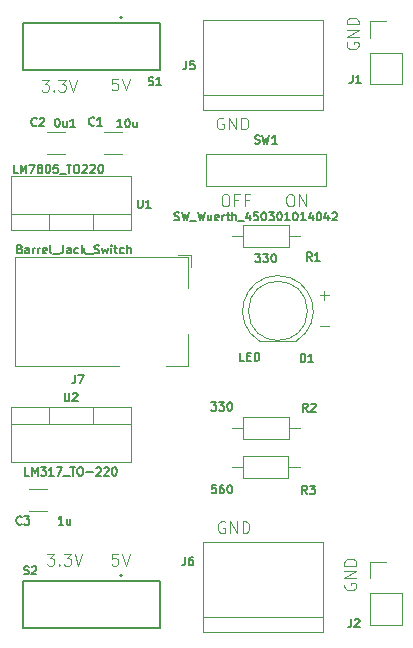
<source format=gto>
%TF.GenerationSoftware,KiCad,Pcbnew,9.0.4*%
%TF.CreationDate,2025-09-23T18:33:02+01:00*%
%TF.ProjectId,Breadboard Power Supply,42726561-6462-46f6-9172-6420506f7765,v1.0*%
%TF.SameCoordinates,Original*%
%TF.FileFunction,Legend,Top*%
%TF.FilePolarity,Positive*%
%FSLAX46Y46*%
G04 Gerber Fmt 4.6, Leading zero omitted, Abs format (unit mm)*
G04 Created by KiCad (PCBNEW 9.0.4) date 2025-09-23 18:33:02*
%MOMM*%
%LPD*%
G01*
G04 APERTURE LIST*
%ADD10C,0.100000*%
%ADD11C,0.150000*%
%ADD12C,0.120000*%
%ADD13C,0.200000*%
%ADD14C,0.127000*%
G04 APERTURE END LIST*
D10*
X155548684Y-92150666D02*
X156310589Y-92150666D01*
X155929636Y-92531619D02*
X155929636Y-91769714D01*
X157670038Y-116571106D02*
X157622419Y-116666344D01*
X157622419Y-116666344D02*
X157622419Y-116809201D01*
X157622419Y-116809201D02*
X157670038Y-116952058D01*
X157670038Y-116952058D02*
X157765276Y-117047296D01*
X157765276Y-117047296D02*
X157860514Y-117094915D01*
X157860514Y-117094915D02*
X158050990Y-117142534D01*
X158050990Y-117142534D02*
X158193847Y-117142534D01*
X158193847Y-117142534D02*
X158384323Y-117094915D01*
X158384323Y-117094915D02*
X158479561Y-117047296D01*
X158479561Y-117047296D02*
X158574800Y-116952058D01*
X158574800Y-116952058D02*
X158622419Y-116809201D01*
X158622419Y-116809201D02*
X158622419Y-116713963D01*
X158622419Y-116713963D02*
X158574800Y-116571106D01*
X158574800Y-116571106D02*
X158527180Y-116523487D01*
X158527180Y-116523487D02*
X158193847Y-116523487D01*
X158193847Y-116523487D02*
X158193847Y-116713963D01*
X158622419Y-116094915D02*
X157622419Y-116094915D01*
X157622419Y-116094915D02*
X158622419Y-115523487D01*
X158622419Y-115523487D02*
X157622419Y-115523487D01*
X158622419Y-115047296D02*
X157622419Y-115047296D01*
X157622419Y-115047296D02*
X157622419Y-114809201D01*
X157622419Y-114809201D02*
X157670038Y-114666344D01*
X157670038Y-114666344D02*
X157765276Y-114571106D01*
X157765276Y-114571106D02*
X157860514Y-114523487D01*
X157860514Y-114523487D02*
X158050990Y-114475868D01*
X158050990Y-114475868D02*
X158193847Y-114475868D01*
X158193847Y-114475868D02*
X158384323Y-114523487D01*
X158384323Y-114523487D02*
X158479561Y-114571106D01*
X158479561Y-114571106D02*
X158574800Y-114666344D01*
X158574800Y-114666344D02*
X158622419Y-114809201D01*
X158622419Y-114809201D02*
X158622419Y-115047296D01*
X152945160Y-83608419D02*
X153135636Y-83608419D01*
X153135636Y-83608419D02*
X153230874Y-83656038D01*
X153230874Y-83656038D02*
X153326112Y-83751276D01*
X153326112Y-83751276D02*
X153373731Y-83941752D01*
X153373731Y-83941752D02*
X153373731Y-84275085D01*
X153373731Y-84275085D02*
X153326112Y-84465561D01*
X153326112Y-84465561D02*
X153230874Y-84560800D01*
X153230874Y-84560800D02*
X153135636Y-84608419D01*
X153135636Y-84608419D02*
X152945160Y-84608419D01*
X152945160Y-84608419D02*
X152849922Y-84560800D01*
X152849922Y-84560800D02*
X152754684Y-84465561D01*
X152754684Y-84465561D02*
X152707065Y-84275085D01*
X152707065Y-84275085D02*
X152707065Y-83941752D01*
X152707065Y-83941752D02*
X152754684Y-83751276D01*
X152754684Y-83751276D02*
X152849922Y-83656038D01*
X152849922Y-83656038D02*
X152945160Y-83608419D01*
X153802303Y-84608419D02*
X153802303Y-83608419D01*
X153802303Y-83608419D02*
X154373731Y-84608419D01*
X154373731Y-84608419D02*
X154373731Y-83608419D01*
X131983846Y-73904019D02*
X132602893Y-73904019D01*
X132602893Y-73904019D02*
X132269560Y-74284971D01*
X132269560Y-74284971D02*
X132412417Y-74284971D01*
X132412417Y-74284971D02*
X132507655Y-74332590D01*
X132507655Y-74332590D02*
X132555274Y-74380209D01*
X132555274Y-74380209D02*
X132602893Y-74475447D01*
X132602893Y-74475447D02*
X132602893Y-74713542D01*
X132602893Y-74713542D02*
X132555274Y-74808780D01*
X132555274Y-74808780D02*
X132507655Y-74856400D01*
X132507655Y-74856400D02*
X132412417Y-74904019D01*
X132412417Y-74904019D02*
X132126703Y-74904019D01*
X132126703Y-74904019D02*
X132031465Y-74856400D01*
X132031465Y-74856400D02*
X131983846Y-74808780D01*
X133031465Y-74808780D02*
X133079084Y-74856400D01*
X133079084Y-74856400D02*
X133031465Y-74904019D01*
X133031465Y-74904019D02*
X132983846Y-74856400D01*
X132983846Y-74856400D02*
X133031465Y-74808780D01*
X133031465Y-74808780D02*
X133031465Y-74904019D01*
X133412417Y-73904019D02*
X134031464Y-73904019D01*
X134031464Y-73904019D02*
X133698131Y-74284971D01*
X133698131Y-74284971D02*
X133840988Y-74284971D01*
X133840988Y-74284971D02*
X133936226Y-74332590D01*
X133936226Y-74332590D02*
X133983845Y-74380209D01*
X133983845Y-74380209D02*
X134031464Y-74475447D01*
X134031464Y-74475447D02*
X134031464Y-74713542D01*
X134031464Y-74713542D02*
X133983845Y-74808780D01*
X133983845Y-74808780D02*
X133936226Y-74856400D01*
X133936226Y-74856400D02*
X133840988Y-74904019D01*
X133840988Y-74904019D02*
X133555274Y-74904019D01*
X133555274Y-74904019D02*
X133460036Y-74856400D01*
X133460036Y-74856400D02*
X133412417Y-74808780D01*
X134317179Y-73904019D02*
X134650512Y-74904019D01*
X134650512Y-74904019D02*
X134983845Y-73904019D01*
X138448074Y-73802419D02*
X137971884Y-73802419D01*
X137971884Y-73802419D02*
X137924265Y-74278609D01*
X137924265Y-74278609D02*
X137971884Y-74230990D01*
X137971884Y-74230990D02*
X138067122Y-74183371D01*
X138067122Y-74183371D02*
X138305217Y-74183371D01*
X138305217Y-74183371D02*
X138400455Y-74230990D01*
X138400455Y-74230990D02*
X138448074Y-74278609D01*
X138448074Y-74278609D02*
X138495693Y-74373847D01*
X138495693Y-74373847D02*
X138495693Y-74611942D01*
X138495693Y-74611942D02*
X138448074Y-74707180D01*
X138448074Y-74707180D02*
X138400455Y-74754800D01*
X138400455Y-74754800D02*
X138305217Y-74802419D01*
X138305217Y-74802419D02*
X138067122Y-74802419D01*
X138067122Y-74802419D02*
X137971884Y-74754800D01*
X137971884Y-74754800D02*
X137924265Y-74707180D01*
X138781408Y-73802419D02*
X139114741Y-74802419D01*
X139114741Y-74802419D02*
X139448074Y-73802419D01*
X138448074Y-114036019D02*
X137971884Y-114036019D01*
X137971884Y-114036019D02*
X137924265Y-114512209D01*
X137924265Y-114512209D02*
X137971884Y-114464590D01*
X137971884Y-114464590D02*
X138067122Y-114416971D01*
X138067122Y-114416971D02*
X138305217Y-114416971D01*
X138305217Y-114416971D02*
X138400455Y-114464590D01*
X138400455Y-114464590D02*
X138448074Y-114512209D01*
X138448074Y-114512209D02*
X138495693Y-114607447D01*
X138495693Y-114607447D02*
X138495693Y-114845542D01*
X138495693Y-114845542D02*
X138448074Y-114940780D01*
X138448074Y-114940780D02*
X138400455Y-114988400D01*
X138400455Y-114988400D02*
X138305217Y-115036019D01*
X138305217Y-115036019D02*
X138067122Y-115036019D01*
X138067122Y-115036019D02*
X137971884Y-114988400D01*
X137971884Y-114988400D02*
X137924265Y-114940780D01*
X138781408Y-114036019D02*
X139114741Y-115036019D01*
X139114741Y-115036019D02*
X139448074Y-114036019D01*
X147385693Y-77152038D02*
X147290455Y-77104419D01*
X147290455Y-77104419D02*
X147147598Y-77104419D01*
X147147598Y-77104419D02*
X147004741Y-77152038D01*
X147004741Y-77152038D02*
X146909503Y-77247276D01*
X146909503Y-77247276D02*
X146861884Y-77342514D01*
X146861884Y-77342514D02*
X146814265Y-77532990D01*
X146814265Y-77532990D02*
X146814265Y-77675847D01*
X146814265Y-77675847D02*
X146861884Y-77866323D01*
X146861884Y-77866323D02*
X146909503Y-77961561D01*
X146909503Y-77961561D02*
X147004741Y-78056800D01*
X147004741Y-78056800D02*
X147147598Y-78104419D01*
X147147598Y-78104419D02*
X147242836Y-78104419D01*
X147242836Y-78104419D02*
X147385693Y-78056800D01*
X147385693Y-78056800D02*
X147433312Y-78009180D01*
X147433312Y-78009180D02*
X147433312Y-77675847D01*
X147433312Y-77675847D02*
X147242836Y-77675847D01*
X147861884Y-78104419D02*
X147861884Y-77104419D01*
X147861884Y-77104419D02*
X148433312Y-78104419D01*
X148433312Y-78104419D02*
X148433312Y-77104419D01*
X148909503Y-78104419D02*
X148909503Y-77104419D01*
X148909503Y-77104419D02*
X149147598Y-77104419D01*
X149147598Y-77104419D02*
X149290455Y-77152038D01*
X149290455Y-77152038D02*
X149385693Y-77247276D01*
X149385693Y-77247276D02*
X149433312Y-77342514D01*
X149433312Y-77342514D02*
X149480931Y-77532990D01*
X149480931Y-77532990D02*
X149480931Y-77675847D01*
X149480931Y-77675847D02*
X149433312Y-77866323D01*
X149433312Y-77866323D02*
X149385693Y-77961561D01*
X149385693Y-77961561D02*
X149290455Y-78056800D01*
X149290455Y-78056800D02*
X149147598Y-78104419D01*
X149147598Y-78104419D02*
X148909503Y-78104419D01*
X155548684Y-94792266D02*
X156310589Y-94792266D01*
X132441046Y-114036019D02*
X133060093Y-114036019D01*
X133060093Y-114036019D02*
X132726760Y-114416971D01*
X132726760Y-114416971D02*
X132869617Y-114416971D01*
X132869617Y-114416971D02*
X132964855Y-114464590D01*
X132964855Y-114464590D02*
X133012474Y-114512209D01*
X133012474Y-114512209D02*
X133060093Y-114607447D01*
X133060093Y-114607447D02*
X133060093Y-114845542D01*
X133060093Y-114845542D02*
X133012474Y-114940780D01*
X133012474Y-114940780D02*
X132964855Y-114988400D01*
X132964855Y-114988400D02*
X132869617Y-115036019D01*
X132869617Y-115036019D02*
X132583903Y-115036019D01*
X132583903Y-115036019D02*
X132488665Y-114988400D01*
X132488665Y-114988400D02*
X132441046Y-114940780D01*
X133488665Y-114940780D02*
X133536284Y-114988400D01*
X133536284Y-114988400D02*
X133488665Y-115036019D01*
X133488665Y-115036019D02*
X133441046Y-114988400D01*
X133441046Y-114988400D02*
X133488665Y-114940780D01*
X133488665Y-114940780D02*
X133488665Y-115036019D01*
X133869617Y-114036019D02*
X134488664Y-114036019D01*
X134488664Y-114036019D02*
X134155331Y-114416971D01*
X134155331Y-114416971D02*
X134298188Y-114416971D01*
X134298188Y-114416971D02*
X134393426Y-114464590D01*
X134393426Y-114464590D02*
X134441045Y-114512209D01*
X134441045Y-114512209D02*
X134488664Y-114607447D01*
X134488664Y-114607447D02*
X134488664Y-114845542D01*
X134488664Y-114845542D02*
X134441045Y-114940780D01*
X134441045Y-114940780D02*
X134393426Y-114988400D01*
X134393426Y-114988400D02*
X134298188Y-115036019D01*
X134298188Y-115036019D02*
X134012474Y-115036019D01*
X134012474Y-115036019D02*
X133917236Y-114988400D01*
X133917236Y-114988400D02*
X133869617Y-114940780D01*
X134774379Y-114036019D02*
X135107712Y-115036019D01*
X135107712Y-115036019D02*
X135441045Y-114036019D01*
X147487293Y-111340438D02*
X147392055Y-111292819D01*
X147392055Y-111292819D02*
X147249198Y-111292819D01*
X147249198Y-111292819D02*
X147106341Y-111340438D01*
X147106341Y-111340438D02*
X147011103Y-111435676D01*
X147011103Y-111435676D02*
X146963484Y-111530914D01*
X146963484Y-111530914D02*
X146915865Y-111721390D01*
X146915865Y-111721390D02*
X146915865Y-111864247D01*
X146915865Y-111864247D02*
X146963484Y-112054723D01*
X146963484Y-112054723D02*
X147011103Y-112149961D01*
X147011103Y-112149961D02*
X147106341Y-112245200D01*
X147106341Y-112245200D02*
X147249198Y-112292819D01*
X147249198Y-112292819D02*
X147344436Y-112292819D01*
X147344436Y-112292819D02*
X147487293Y-112245200D01*
X147487293Y-112245200D02*
X147534912Y-112197580D01*
X147534912Y-112197580D02*
X147534912Y-111864247D01*
X147534912Y-111864247D02*
X147344436Y-111864247D01*
X147963484Y-112292819D02*
X147963484Y-111292819D01*
X147963484Y-111292819D02*
X148534912Y-112292819D01*
X148534912Y-112292819D02*
X148534912Y-111292819D01*
X149011103Y-112292819D02*
X149011103Y-111292819D01*
X149011103Y-111292819D02*
X149249198Y-111292819D01*
X149249198Y-111292819D02*
X149392055Y-111340438D01*
X149392055Y-111340438D02*
X149487293Y-111435676D01*
X149487293Y-111435676D02*
X149534912Y-111530914D01*
X149534912Y-111530914D02*
X149582531Y-111721390D01*
X149582531Y-111721390D02*
X149582531Y-111864247D01*
X149582531Y-111864247D02*
X149534912Y-112054723D01*
X149534912Y-112054723D02*
X149487293Y-112149961D01*
X149487293Y-112149961D02*
X149392055Y-112245200D01*
X149392055Y-112245200D02*
X149249198Y-112292819D01*
X149249198Y-112292819D02*
X149011103Y-112292819D01*
X157873238Y-70749506D02*
X157825619Y-70844744D01*
X157825619Y-70844744D02*
X157825619Y-70987601D01*
X157825619Y-70987601D02*
X157873238Y-71130458D01*
X157873238Y-71130458D02*
X157968476Y-71225696D01*
X157968476Y-71225696D02*
X158063714Y-71273315D01*
X158063714Y-71273315D02*
X158254190Y-71320934D01*
X158254190Y-71320934D02*
X158397047Y-71320934D01*
X158397047Y-71320934D02*
X158587523Y-71273315D01*
X158587523Y-71273315D02*
X158682761Y-71225696D01*
X158682761Y-71225696D02*
X158778000Y-71130458D01*
X158778000Y-71130458D02*
X158825619Y-70987601D01*
X158825619Y-70987601D02*
X158825619Y-70892363D01*
X158825619Y-70892363D02*
X158778000Y-70749506D01*
X158778000Y-70749506D02*
X158730380Y-70701887D01*
X158730380Y-70701887D02*
X158397047Y-70701887D01*
X158397047Y-70701887D02*
X158397047Y-70892363D01*
X158825619Y-70273315D02*
X157825619Y-70273315D01*
X157825619Y-70273315D02*
X158825619Y-69701887D01*
X158825619Y-69701887D02*
X157825619Y-69701887D01*
X158825619Y-69225696D02*
X157825619Y-69225696D01*
X157825619Y-69225696D02*
X157825619Y-68987601D01*
X157825619Y-68987601D02*
X157873238Y-68844744D01*
X157873238Y-68844744D02*
X157968476Y-68749506D01*
X157968476Y-68749506D02*
X158063714Y-68701887D01*
X158063714Y-68701887D02*
X158254190Y-68654268D01*
X158254190Y-68654268D02*
X158397047Y-68654268D01*
X158397047Y-68654268D02*
X158587523Y-68701887D01*
X158587523Y-68701887D02*
X158682761Y-68749506D01*
X158682761Y-68749506D02*
X158778000Y-68844744D01*
X158778000Y-68844744D02*
X158825619Y-68987601D01*
X158825619Y-68987601D02*
X158825619Y-69225696D01*
X147458760Y-83608419D02*
X147649236Y-83608419D01*
X147649236Y-83608419D02*
X147744474Y-83656038D01*
X147744474Y-83656038D02*
X147839712Y-83751276D01*
X147839712Y-83751276D02*
X147887331Y-83941752D01*
X147887331Y-83941752D02*
X147887331Y-84275085D01*
X147887331Y-84275085D02*
X147839712Y-84465561D01*
X147839712Y-84465561D02*
X147744474Y-84560800D01*
X147744474Y-84560800D02*
X147649236Y-84608419D01*
X147649236Y-84608419D02*
X147458760Y-84608419D01*
X147458760Y-84608419D02*
X147363522Y-84560800D01*
X147363522Y-84560800D02*
X147268284Y-84465561D01*
X147268284Y-84465561D02*
X147220665Y-84275085D01*
X147220665Y-84275085D02*
X147220665Y-83941752D01*
X147220665Y-83941752D02*
X147268284Y-83751276D01*
X147268284Y-83751276D02*
X147363522Y-83656038D01*
X147363522Y-83656038D02*
X147458760Y-83608419D01*
X148649236Y-84084609D02*
X148315903Y-84084609D01*
X148315903Y-84608419D02*
X148315903Y-83608419D01*
X148315903Y-83608419D02*
X148792093Y-83608419D01*
X149506379Y-84084609D02*
X149173046Y-84084609D01*
X149173046Y-84608419D02*
X149173046Y-83608419D01*
X149173046Y-83608419D02*
X149649236Y-83608419D01*
D11*
X130286933Y-111501366D02*
X130253600Y-111534700D01*
X130253600Y-111534700D02*
X130153600Y-111568033D01*
X130153600Y-111568033D02*
X130086933Y-111568033D01*
X130086933Y-111568033D02*
X129986933Y-111534700D01*
X129986933Y-111534700D02*
X129920267Y-111468033D01*
X129920267Y-111468033D02*
X129886933Y-111401366D01*
X129886933Y-111401366D02*
X129853600Y-111268033D01*
X129853600Y-111268033D02*
X129853600Y-111168033D01*
X129853600Y-111168033D02*
X129886933Y-111034700D01*
X129886933Y-111034700D02*
X129920267Y-110968033D01*
X129920267Y-110968033D02*
X129986933Y-110901366D01*
X129986933Y-110901366D02*
X130086933Y-110868033D01*
X130086933Y-110868033D02*
X130153600Y-110868033D01*
X130153600Y-110868033D02*
X130253600Y-110901366D01*
X130253600Y-110901366D02*
X130286933Y-110934700D01*
X130520267Y-110868033D02*
X130953600Y-110868033D01*
X130953600Y-110868033D02*
X130720267Y-111134700D01*
X130720267Y-111134700D02*
X130820267Y-111134700D01*
X130820267Y-111134700D02*
X130886933Y-111168033D01*
X130886933Y-111168033D02*
X130920267Y-111201366D01*
X130920267Y-111201366D02*
X130953600Y-111268033D01*
X130953600Y-111268033D02*
X130953600Y-111434700D01*
X130953600Y-111434700D02*
X130920267Y-111501366D01*
X130920267Y-111501366D02*
X130886933Y-111534700D01*
X130886933Y-111534700D02*
X130820267Y-111568033D01*
X130820267Y-111568033D02*
X130620267Y-111568033D01*
X130620267Y-111568033D02*
X130553600Y-111534700D01*
X130553600Y-111534700D02*
X130520267Y-111501366D01*
X133829617Y-111568033D02*
X133429617Y-111568033D01*
X133629617Y-111568033D02*
X133629617Y-110868033D01*
X133629617Y-110868033D02*
X133562950Y-110968033D01*
X133562950Y-110968033D02*
X133496284Y-111034700D01*
X133496284Y-111034700D02*
X133429617Y-111068033D01*
X134429617Y-111101366D02*
X134429617Y-111568033D01*
X134129617Y-111101366D02*
X134129617Y-111468033D01*
X134129617Y-111468033D02*
X134162951Y-111534700D01*
X134162951Y-111534700D02*
X134229617Y-111568033D01*
X134229617Y-111568033D02*
X134329617Y-111568033D01*
X134329617Y-111568033D02*
X134396284Y-111534700D01*
X134396284Y-111534700D02*
X134429617Y-111501366D01*
X144241866Y-72310833D02*
X144241866Y-72810833D01*
X144241866Y-72810833D02*
X144208533Y-72910833D01*
X144208533Y-72910833D02*
X144141866Y-72977500D01*
X144141866Y-72977500D02*
X144041866Y-73010833D01*
X144041866Y-73010833D02*
X143975200Y-73010833D01*
X144908533Y-72310833D02*
X144575199Y-72310833D01*
X144575199Y-72310833D02*
X144541866Y-72644166D01*
X144541866Y-72644166D02*
X144575199Y-72610833D01*
X144575199Y-72610833D02*
X144641866Y-72577500D01*
X144641866Y-72577500D02*
X144808533Y-72577500D01*
X144808533Y-72577500D02*
X144875199Y-72610833D01*
X144875199Y-72610833D02*
X144908533Y-72644166D01*
X144908533Y-72644166D02*
X144941866Y-72710833D01*
X144941866Y-72710833D02*
X144941866Y-72877500D01*
X144941866Y-72877500D02*
X144908533Y-72944166D01*
X144908533Y-72944166D02*
X144875199Y-72977500D01*
X144875199Y-72977500D02*
X144808533Y-73010833D01*
X144808533Y-73010833D02*
X144641866Y-73010833D01*
X144641866Y-73010833D02*
X144575199Y-72977500D01*
X144575199Y-72977500D02*
X144541866Y-72944166D01*
X158313466Y-73479233D02*
X158313466Y-73979233D01*
X158313466Y-73979233D02*
X158280133Y-74079233D01*
X158280133Y-74079233D02*
X158213466Y-74145900D01*
X158213466Y-74145900D02*
X158113466Y-74179233D01*
X158113466Y-74179233D02*
X158046800Y-74179233D01*
X159013466Y-74179233D02*
X158613466Y-74179233D01*
X158813466Y-74179233D02*
X158813466Y-73479233D01*
X158813466Y-73479233D02*
X158746799Y-73579233D01*
X158746799Y-73579233D02*
X158680133Y-73645900D01*
X158680133Y-73645900D02*
X158613466Y-73679233D01*
X134832266Y-98896533D02*
X134832266Y-99396533D01*
X134832266Y-99396533D02*
X134798933Y-99496533D01*
X134798933Y-99496533D02*
X134732266Y-99563200D01*
X134732266Y-99563200D02*
X134632266Y-99596533D01*
X134632266Y-99596533D02*
X134565600Y-99596533D01*
X135098933Y-98896533D02*
X135565599Y-98896533D01*
X135565599Y-98896533D02*
X135265599Y-99596533D01*
X130154935Y-88239766D02*
X130254935Y-88273100D01*
X130254935Y-88273100D02*
X130288268Y-88306433D01*
X130288268Y-88306433D02*
X130321601Y-88373100D01*
X130321601Y-88373100D02*
X130321601Y-88473100D01*
X130321601Y-88473100D02*
X130288268Y-88539766D01*
X130288268Y-88539766D02*
X130254935Y-88573100D01*
X130254935Y-88573100D02*
X130188268Y-88606433D01*
X130188268Y-88606433D02*
X129921601Y-88606433D01*
X129921601Y-88606433D02*
X129921601Y-87906433D01*
X129921601Y-87906433D02*
X130154935Y-87906433D01*
X130154935Y-87906433D02*
X130221601Y-87939766D01*
X130221601Y-87939766D02*
X130254935Y-87973100D01*
X130254935Y-87973100D02*
X130288268Y-88039766D01*
X130288268Y-88039766D02*
X130288268Y-88106433D01*
X130288268Y-88106433D02*
X130254935Y-88173100D01*
X130254935Y-88173100D02*
X130221601Y-88206433D01*
X130221601Y-88206433D02*
X130154935Y-88239766D01*
X130154935Y-88239766D02*
X129921601Y-88239766D01*
X130921601Y-88606433D02*
X130921601Y-88239766D01*
X130921601Y-88239766D02*
X130888268Y-88173100D01*
X130888268Y-88173100D02*
X130821601Y-88139766D01*
X130821601Y-88139766D02*
X130688268Y-88139766D01*
X130688268Y-88139766D02*
X130621601Y-88173100D01*
X130921601Y-88573100D02*
X130854935Y-88606433D01*
X130854935Y-88606433D02*
X130688268Y-88606433D01*
X130688268Y-88606433D02*
X130621601Y-88573100D01*
X130621601Y-88573100D02*
X130588268Y-88506433D01*
X130588268Y-88506433D02*
X130588268Y-88439766D01*
X130588268Y-88439766D02*
X130621601Y-88373100D01*
X130621601Y-88373100D02*
X130688268Y-88339766D01*
X130688268Y-88339766D02*
X130854935Y-88339766D01*
X130854935Y-88339766D02*
X130921601Y-88306433D01*
X131254934Y-88606433D02*
X131254934Y-88139766D01*
X131254934Y-88273100D02*
X131288268Y-88206433D01*
X131288268Y-88206433D02*
X131321601Y-88173100D01*
X131321601Y-88173100D02*
X131388268Y-88139766D01*
X131388268Y-88139766D02*
X131454934Y-88139766D01*
X131688267Y-88606433D02*
X131688267Y-88139766D01*
X131688267Y-88273100D02*
X131721601Y-88206433D01*
X131721601Y-88206433D02*
X131754934Y-88173100D01*
X131754934Y-88173100D02*
X131821601Y-88139766D01*
X131821601Y-88139766D02*
X131888267Y-88139766D01*
X132388267Y-88573100D02*
X132321600Y-88606433D01*
X132321600Y-88606433D02*
X132188267Y-88606433D01*
X132188267Y-88606433D02*
X132121600Y-88573100D01*
X132121600Y-88573100D02*
X132088267Y-88506433D01*
X132088267Y-88506433D02*
X132088267Y-88239766D01*
X132088267Y-88239766D02*
X132121600Y-88173100D01*
X132121600Y-88173100D02*
X132188267Y-88139766D01*
X132188267Y-88139766D02*
X132321600Y-88139766D01*
X132321600Y-88139766D02*
X132388267Y-88173100D01*
X132388267Y-88173100D02*
X132421600Y-88239766D01*
X132421600Y-88239766D02*
X132421600Y-88306433D01*
X132421600Y-88306433D02*
X132088267Y-88373100D01*
X132821600Y-88606433D02*
X132754934Y-88573100D01*
X132754934Y-88573100D02*
X132721600Y-88506433D01*
X132721600Y-88506433D02*
X132721600Y-87906433D01*
X132921601Y-88673100D02*
X133454934Y-88673100D01*
X133821600Y-87906433D02*
X133821600Y-88406433D01*
X133821600Y-88406433D02*
X133788267Y-88506433D01*
X133788267Y-88506433D02*
X133721600Y-88573100D01*
X133721600Y-88573100D02*
X133621600Y-88606433D01*
X133621600Y-88606433D02*
X133554934Y-88606433D01*
X134454933Y-88606433D02*
X134454933Y-88239766D01*
X134454933Y-88239766D02*
X134421600Y-88173100D01*
X134421600Y-88173100D02*
X134354933Y-88139766D01*
X134354933Y-88139766D02*
X134221600Y-88139766D01*
X134221600Y-88139766D02*
X134154933Y-88173100D01*
X134454933Y-88573100D02*
X134388267Y-88606433D01*
X134388267Y-88606433D02*
X134221600Y-88606433D01*
X134221600Y-88606433D02*
X134154933Y-88573100D01*
X134154933Y-88573100D02*
X134121600Y-88506433D01*
X134121600Y-88506433D02*
X134121600Y-88439766D01*
X134121600Y-88439766D02*
X134154933Y-88373100D01*
X134154933Y-88373100D02*
X134221600Y-88339766D01*
X134221600Y-88339766D02*
X134388267Y-88339766D01*
X134388267Y-88339766D02*
X134454933Y-88306433D01*
X135088266Y-88573100D02*
X135021600Y-88606433D01*
X135021600Y-88606433D02*
X134888266Y-88606433D01*
X134888266Y-88606433D02*
X134821600Y-88573100D01*
X134821600Y-88573100D02*
X134788266Y-88539766D01*
X134788266Y-88539766D02*
X134754933Y-88473100D01*
X134754933Y-88473100D02*
X134754933Y-88273100D01*
X134754933Y-88273100D02*
X134788266Y-88206433D01*
X134788266Y-88206433D02*
X134821600Y-88173100D01*
X134821600Y-88173100D02*
X134888266Y-88139766D01*
X134888266Y-88139766D02*
X135021600Y-88139766D01*
X135021600Y-88139766D02*
X135088266Y-88173100D01*
X135388266Y-88606433D02*
X135388266Y-87906433D01*
X135454933Y-88339766D02*
X135654933Y-88606433D01*
X135654933Y-88139766D02*
X135388266Y-88406433D01*
X135788267Y-88673100D02*
X136321600Y-88673100D01*
X136454933Y-88573100D02*
X136554933Y-88606433D01*
X136554933Y-88606433D02*
X136721600Y-88606433D01*
X136721600Y-88606433D02*
X136788266Y-88573100D01*
X136788266Y-88573100D02*
X136821600Y-88539766D01*
X136821600Y-88539766D02*
X136854933Y-88473100D01*
X136854933Y-88473100D02*
X136854933Y-88406433D01*
X136854933Y-88406433D02*
X136821600Y-88339766D01*
X136821600Y-88339766D02*
X136788266Y-88306433D01*
X136788266Y-88306433D02*
X136721600Y-88273100D01*
X136721600Y-88273100D02*
X136588266Y-88239766D01*
X136588266Y-88239766D02*
X136521600Y-88206433D01*
X136521600Y-88206433D02*
X136488266Y-88173100D01*
X136488266Y-88173100D02*
X136454933Y-88106433D01*
X136454933Y-88106433D02*
X136454933Y-88039766D01*
X136454933Y-88039766D02*
X136488266Y-87973100D01*
X136488266Y-87973100D02*
X136521600Y-87939766D01*
X136521600Y-87939766D02*
X136588266Y-87906433D01*
X136588266Y-87906433D02*
X136754933Y-87906433D01*
X136754933Y-87906433D02*
X136854933Y-87939766D01*
X137088267Y-88139766D02*
X137221600Y-88606433D01*
X137221600Y-88606433D02*
X137354933Y-88273100D01*
X137354933Y-88273100D02*
X137488267Y-88606433D01*
X137488267Y-88606433D02*
X137621600Y-88139766D01*
X137888266Y-88606433D02*
X137888266Y-88139766D01*
X137888266Y-87906433D02*
X137854933Y-87939766D01*
X137854933Y-87939766D02*
X137888266Y-87973100D01*
X137888266Y-87973100D02*
X137921600Y-87939766D01*
X137921600Y-87939766D02*
X137888266Y-87906433D01*
X137888266Y-87906433D02*
X137888266Y-87973100D01*
X138121599Y-88139766D02*
X138388266Y-88139766D01*
X138221599Y-87906433D02*
X138221599Y-88506433D01*
X138221599Y-88506433D02*
X138254933Y-88573100D01*
X138254933Y-88573100D02*
X138321599Y-88606433D01*
X138321599Y-88606433D02*
X138388266Y-88606433D01*
X138921599Y-88573100D02*
X138854933Y-88606433D01*
X138854933Y-88606433D02*
X138721599Y-88606433D01*
X138721599Y-88606433D02*
X138654933Y-88573100D01*
X138654933Y-88573100D02*
X138621599Y-88539766D01*
X138621599Y-88539766D02*
X138588266Y-88473100D01*
X138588266Y-88473100D02*
X138588266Y-88273100D01*
X138588266Y-88273100D02*
X138621599Y-88206433D01*
X138621599Y-88206433D02*
X138654933Y-88173100D01*
X138654933Y-88173100D02*
X138721599Y-88139766D01*
X138721599Y-88139766D02*
X138854933Y-88139766D01*
X138854933Y-88139766D02*
X138921599Y-88173100D01*
X139221599Y-88606433D02*
X139221599Y-87906433D01*
X139521599Y-88606433D02*
X139521599Y-88239766D01*
X139521599Y-88239766D02*
X139488266Y-88173100D01*
X139488266Y-88173100D02*
X139421599Y-88139766D01*
X139421599Y-88139766D02*
X139321599Y-88139766D01*
X139321599Y-88139766D02*
X139254933Y-88173100D01*
X139254933Y-88173100D02*
X139221599Y-88206433D01*
X136433733Y-77719366D02*
X136400400Y-77752700D01*
X136400400Y-77752700D02*
X136300400Y-77786033D01*
X136300400Y-77786033D02*
X136233733Y-77786033D01*
X136233733Y-77786033D02*
X136133733Y-77752700D01*
X136133733Y-77752700D02*
X136067067Y-77686033D01*
X136067067Y-77686033D02*
X136033733Y-77619366D01*
X136033733Y-77619366D02*
X136000400Y-77486033D01*
X136000400Y-77486033D02*
X136000400Y-77386033D01*
X136000400Y-77386033D02*
X136033733Y-77252700D01*
X136033733Y-77252700D02*
X136067067Y-77186033D01*
X136067067Y-77186033D02*
X136133733Y-77119366D01*
X136133733Y-77119366D02*
X136233733Y-77086033D01*
X136233733Y-77086033D02*
X136300400Y-77086033D01*
X136300400Y-77086033D02*
X136400400Y-77119366D01*
X136400400Y-77119366D02*
X136433733Y-77152700D01*
X137100400Y-77786033D02*
X136700400Y-77786033D01*
X136900400Y-77786033D02*
X136900400Y-77086033D01*
X136900400Y-77086033D02*
X136833733Y-77186033D01*
X136833733Y-77186033D02*
X136767067Y-77252700D01*
X136767067Y-77252700D02*
X136700400Y-77286033D01*
X138792800Y-77938433D02*
X138392800Y-77938433D01*
X138592800Y-77938433D02*
X138592800Y-77238433D01*
X138592800Y-77238433D02*
X138526133Y-77338433D01*
X138526133Y-77338433D02*
X138459467Y-77405100D01*
X138459467Y-77405100D02*
X138392800Y-77438433D01*
X139226134Y-77238433D02*
X139292800Y-77238433D01*
X139292800Y-77238433D02*
X139359467Y-77271766D01*
X139359467Y-77271766D02*
X139392800Y-77305100D01*
X139392800Y-77305100D02*
X139426134Y-77371766D01*
X139426134Y-77371766D02*
X139459467Y-77505100D01*
X139459467Y-77505100D02*
X139459467Y-77671766D01*
X139459467Y-77671766D02*
X139426134Y-77805100D01*
X139426134Y-77805100D02*
X139392800Y-77871766D01*
X139392800Y-77871766D02*
X139359467Y-77905100D01*
X139359467Y-77905100D02*
X139292800Y-77938433D01*
X139292800Y-77938433D02*
X139226134Y-77938433D01*
X139226134Y-77938433D02*
X139159467Y-77905100D01*
X139159467Y-77905100D02*
X139126134Y-77871766D01*
X139126134Y-77871766D02*
X139092800Y-77805100D01*
X139092800Y-77805100D02*
X139059467Y-77671766D01*
X139059467Y-77671766D02*
X139059467Y-77505100D01*
X139059467Y-77505100D02*
X139092800Y-77371766D01*
X139092800Y-77371766D02*
X139126134Y-77305100D01*
X139126134Y-77305100D02*
X139159467Y-77271766D01*
X139159467Y-77271766D02*
X139226134Y-77238433D01*
X140059467Y-77471766D02*
X140059467Y-77938433D01*
X139759467Y-77471766D02*
X139759467Y-77838433D01*
X139759467Y-77838433D02*
X139792801Y-77905100D01*
X139792801Y-77905100D02*
X139859467Y-77938433D01*
X139859467Y-77938433D02*
X139959467Y-77938433D01*
X139959467Y-77938433D02*
X140026134Y-77905100D01*
X140026134Y-77905100D02*
X140059467Y-77871766D01*
X158211866Y-119554833D02*
X158211866Y-120054833D01*
X158211866Y-120054833D02*
X158178533Y-120154833D01*
X158178533Y-120154833D02*
X158111866Y-120221500D01*
X158111866Y-120221500D02*
X158011866Y-120254833D01*
X158011866Y-120254833D02*
X157945200Y-120254833D01*
X158511866Y-119621500D02*
X158545199Y-119588166D01*
X158545199Y-119588166D02*
X158611866Y-119554833D01*
X158611866Y-119554833D02*
X158778533Y-119554833D01*
X158778533Y-119554833D02*
X158845199Y-119588166D01*
X158845199Y-119588166D02*
X158878533Y-119621500D01*
X158878533Y-119621500D02*
X158911866Y-119688166D01*
X158911866Y-119688166D02*
X158911866Y-119754833D01*
X158911866Y-119754833D02*
X158878533Y-119854833D01*
X158878533Y-119854833D02*
X158478533Y-120254833D01*
X158478533Y-120254833D02*
X158911866Y-120254833D01*
X131556933Y-77770166D02*
X131523600Y-77803500D01*
X131523600Y-77803500D02*
X131423600Y-77836833D01*
X131423600Y-77836833D02*
X131356933Y-77836833D01*
X131356933Y-77836833D02*
X131256933Y-77803500D01*
X131256933Y-77803500D02*
X131190267Y-77736833D01*
X131190267Y-77736833D02*
X131156933Y-77670166D01*
X131156933Y-77670166D02*
X131123600Y-77536833D01*
X131123600Y-77536833D02*
X131123600Y-77436833D01*
X131123600Y-77436833D02*
X131156933Y-77303500D01*
X131156933Y-77303500D02*
X131190267Y-77236833D01*
X131190267Y-77236833D02*
X131256933Y-77170166D01*
X131256933Y-77170166D02*
X131356933Y-77136833D01*
X131356933Y-77136833D02*
X131423600Y-77136833D01*
X131423600Y-77136833D02*
X131523600Y-77170166D01*
X131523600Y-77170166D02*
X131556933Y-77203500D01*
X131823600Y-77203500D02*
X131856933Y-77170166D01*
X131856933Y-77170166D02*
X131923600Y-77136833D01*
X131923600Y-77136833D02*
X132090267Y-77136833D01*
X132090267Y-77136833D02*
X132156933Y-77170166D01*
X132156933Y-77170166D02*
X132190267Y-77203500D01*
X132190267Y-77203500D02*
X132223600Y-77270166D01*
X132223600Y-77270166D02*
X132223600Y-77336833D01*
X132223600Y-77336833D02*
X132190267Y-77436833D01*
X132190267Y-77436833D02*
X131790267Y-77836833D01*
X131790267Y-77836833D02*
X132223600Y-77836833D01*
X133279267Y-77187633D02*
X133345933Y-77187633D01*
X133345933Y-77187633D02*
X133412600Y-77220966D01*
X133412600Y-77220966D02*
X133445933Y-77254300D01*
X133445933Y-77254300D02*
X133479267Y-77320966D01*
X133479267Y-77320966D02*
X133512600Y-77454300D01*
X133512600Y-77454300D02*
X133512600Y-77620966D01*
X133512600Y-77620966D02*
X133479267Y-77754300D01*
X133479267Y-77754300D02*
X133445933Y-77820966D01*
X133445933Y-77820966D02*
X133412600Y-77854300D01*
X133412600Y-77854300D02*
X133345933Y-77887633D01*
X133345933Y-77887633D02*
X133279267Y-77887633D01*
X133279267Y-77887633D02*
X133212600Y-77854300D01*
X133212600Y-77854300D02*
X133179267Y-77820966D01*
X133179267Y-77820966D02*
X133145933Y-77754300D01*
X133145933Y-77754300D02*
X133112600Y-77620966D01*
X133112600Y-77620966D02*
X133112600Y-77454300D01*
X133112600Y-77454300D02*
X133145933Y-77320966D01*
X133145933Y-77320966D02*
X133179267Y-77254300D01*
X133179267Y-77254300D02*
X133212600Y-77220966D01*
X133212600Y-77220966D02*
X133279267Y-77187633D01*
X134112600Y-77420966D02*
X134112600Y-77887633D01*
X133812600Y-77420966D02*
X133812600Y-77787633D01*
X133812600Y-77787633D02*
X133845934Y-77854300D01*
X133845934Y-77854300D02*
X133912600Y-77887633D01*
X133912600Y-77887633D02*
X134012600Y-77887633D01*
X134012600Y-77887633D02*
X134079267Y-77854300D01*
X134079267Y-77854300D02*
X134112600Y-77820966D01*
X134812600Y-77887633D02*
X134412600Y-77887633D01*
X134612600Y-77887633D02*
X134612600Y-77187633D01*
X134612600Y-77187633D02*
X134545933Y-77287633D01*
X134545933Y-77287633D02*
X134479267Y-77354300D01*
X134479267Y-77354300D02*
X134412600Y-77387633D01*
X144140266Y-114322433D02*
X144140266Y-114822433D01*
X144140266Y-114822433D02*
X144106933Y-114922433D01*
X144106933Y-114922433D02*
X144040266Y-114989100D01*
X144040266Y-114989100D02*
X143940266Y-115022433D01*
X143940266Y-115022433D02*
X143873600Y-115022433D01*
X144773599Y-114322433D02*
X144640266Y-114322433D01*
X144640266Y-114322433D02*
X144573599Y-114355766D01*
X144573599Y-114355766D02*
X144540266Y-114389100D01*
X144540266Y-114389100D02*
X144473599Y-114489100D01*
X144473599Y-114489100D02*
X144440266Y-114622433D01*
X144440266Y-114622433D02*
X144440266Y-114889100D01*
X144440266Y-114889100D02*
X144473599Y-114955766D01*
X144473599Y-114955766D02*
X144506933Y-114989100D01*
X144506933Y-114989100D02*
X144573599Y-115022433D01*
X144573599Y-115022433D02*
X144706933Y-115022433D01*
X144706933Y-115022433D02*
X144773599Y-114989100D01*
X144773599Y-114989100D02*
X144806933Y-114955766D01*
X144806933Y-114955766D02*
X144840266Y-114889100D01*
X144840266Y-114889100D02*
X144840266Y-114722433D01*
X144840266Y-114722433D02*
X144806933Y-114655766D01*
X144806933Y-114655766D02*
X144773599Y-114622433D01*
X144773599Y-114622433D02*
X144706933Y-114589100D01*
X144706933Y-114589100D02*
X144573599Y-114589100D01*
X144573599Y-114589100D02*
X144506933Y-114622433D01*
X144506933Y-114622433D02*
X144473599Y-114655766D01*
X144473599Y-114655766D02*
X144440266Y-114722433D01*
X153915333Y-97801233D02*
X153915333Y-97101233D01*
X153915333Y-97101233D02*
X154082000Y-97101233D01*
X154082000Y-97101233D02*
X154182000Y-97134566D01*
X154182000Y-97134566D02*
X154248667Y-97201233D01*
X154248667Y-97201233D02*
X154282000Y-97267900D01*
X154282000Y-97267900D02*
X154315333Y-97401233D01*
X154315333Y-97401233D02*
X154315333Y-97501233D01*
X154315333Y-97501233D02*
X154282000Y-97634566D01*
X154282000Y-97634566D02*
X154248667Y-97701233D01*
X154248667Y-97701233D02*
X154182000Y-97767900D01*
X154182000Y-97767900D02*
X154082000Y-97801233D01*
X154082000Y-97801233D02*
X153915333Y-97801233D01*
X154982000Y-97801233D02*
X154582000Y-97801233D01*
X154782000Y-97801233D02*
X154782000Y-97101233D01*
X154782000Y-97101233D02*
X154715333Y-97201233D01*
X154715333Y-97201233D02*
X154648667Y-97267900D01*
X154648667Y-97267900D02*
X154582000Y-97301233D01*
X149156000Y-97699633D02*
X148822666Y-97699633D01*
X148822666Y-97699633D02*
X148822666Y-96999633D01*
X149389333Y-97332966D02*
X149622667Y-97332966D01*
X149722667Y-97699633D02*
X149389333Y-97699633D01*
X149389333Y-97699633D02*
X149389333Y-96999633D01*
X149389333Y-96999633D02*
X149722667Y-96999633D01*
X150022666Y-97699633D02*
X150022666Y-96999633D01*
X150022666Y-96999633D02*
X150189333Y-96999633D01*
X150189333Y-96999633D02*
X150289333Y-97032966D01*
X150289333Y-97032966D02*
X150356000Y-97099633D01*
X150356000Y-97099633D02*
X150389333Y-97166300D01*
X150389333Y-97166300D02*
X150422666Y-97299633D01*
X150422666Y-97299633D02*
X150422666Y-97399633D01*
X150422666Y-97399633D02*
X150389333Y-97532966D01*
X150389333Y-97532966D02*
X150356000Y-97599633D01*
X150356000Y-97599633D02*
X150289333Y-97666300D01*
X150289333Y-97666300D02*
X150189333Y-97699633D01*
X150189333Y-97699633D02*
X150022666Y-97699633D01*
X154518533Y-102017633D02*
X154285200Y-101684300D01*
X154118533Y-102017633D02*
X154118533Y-101317633D01*
X154118533Y-101317633D02*
X154385200Y-101317633D01*
X154385200Y-101317633D02*
X154451867Y-101350966D01*
X154451867Y-101350966D02*
X154485200Y-101384300D01*
X154485200Y-101384300D02*
X154518533Y-101450966D01*
X154518533Y-101450966D02*
X154518533Y-101550966D01*
X154518533Y-101550966D02*
X154485200Y-101617633D01*
X154485200Y-101617633D02*
X154451867Y-101650966D01*
X154451867Y-101650966D02*
X154385200Y-101684300D01*
X154385200Y-101684300D02*
X154118533Y-101684300D01*
X154785200Y-101384300D02*
X154818533Y-101350966D01*
X154818533Y-101350966D02*
X154885200Y-101317633D01*
X154885200Y-101317633D02*
X155051867Y-101317633D01*
X155051867Y-101317633D02*
X155118533Y-101350966D01*
X155118533Y-101350966D02*
X155151867Y-101384300D01*
X155151867Y-101384300D02*
X155185200Y-101450966D01*
X155185200Y-101450966D02*
X155185200Y-101517633D01*
X155185200Y-101517633D02*
X155151867Y-101617633D01*
X155151867Y-101617633D02*
X154751867Y-102017633D01*
X154751867Y-102017633D02*
X155185200Y-102017633D01*
X146350284Y-101216033D02*
X146783617Y-101216033D01*
X146783617Y-101216033D02*
X146550284Y-101482700D01*
X146550284Y-101482700D02*
X146650284Y-101482700D01*
X146650284Y-101482700D02*
X146716950Y-101516033D01*
X146716950Y-101516033D02*
X146750284Y-101549366D01*
X146750284Y-101549366D02*
X146783617Y-101616033D01*
X146783617Y-101616033D02*
X146783617Y-101782700D01*
X146783617Y-101782700D02*
X146750284Y-101849366D01*
X146750284Y-101849366D02*
X146716950Y-101882700D01*
X146716950Y-101882700D02*
X146650284Y-101916033D01*
X146650284Y-101916033D02*
X146450284Y-101916033D01*
X146450284Y-101916033D02*
X146383617Y-101882700D01*
X146383617Y-101882700D02*
X146350284Y-101849366D01*
X147016951Y-101216033D02*
X147450284Y-101216033D01*
X147450284Y-101216033D02*
X147216951Y-101482700D01*
X147216951Y-101482700D02*
X147316951Y-101482700D01*
X147316951Y-101482700D02*
X147383617Y-101516033D01*
X147383617Y-101516033D02*
X147416951Y-101549366D01*
X147416951Y-101549366D02*
X147450284Y-101616033D01*
X147450284Y-101616033D02*
X147450284Y-101782700D01*
X147450284Y-101782700D02*
X147416951Y-101849366D01*
X147416951Y-101849366D02*
X147383617Y-101882700D01*
X147383617Y-101882700D02*
X147316951Y-101916033D01*
X147316951Y-101916033D02*
X147116951Y-101916033D01*
X147116951Y-101916033D02*
X147050284Y-101882700D01*
X147050284Y-101882700D02*
X147016951Y-101849366D01*
X147883618Y-101216033D02*
X147950284Y-101216033D01*
X147950284Y-101216033D02*
X148016951Y-101249366D01*
X148016951Y-101249366D02*
X148050284Y-101282700D01*
X148050284Y-101282700D02*
X148083618Y-101349366D01*
X148083618Y-101349366D02*
X148116951Y-101482700D01*
X148116951Y-101482700D02*
X148116951Y-101649366D01*
X148116951Y-101649366D02*
X148083618Y-101782700D01*
X148083618Y-101782700D02*
X148050284Y-101849366D01*
X148050284Y-101849366D02*
X148016951Y-101882700D01*
X148016951Y-101882700D02*
X147950284Y-101916033D01*
X147950284Y-101916033D02*
X147883618Y-101916033D01*
X147883618Y-101916033D02*
X147816951Y-101882700D01*
X147816951Y-101882700D02*
X147783618Y-101849366D01*
X147783618Y-101849366D02*
X147750284Y-101782700D01*
X147750284Y-101782700D02*
X147716951Y-101649366D01*
X147716951Y-101649366D02*
X147716951Y-101482700D01*
X147716951Y-101482700D02*
X147750284Y-101349366D01*
X147750284Y-101349366D02*
X147783618Y-101282700D01*
X147783618Y-101282700D02*
X147816951Y-101249366D01*
X147816951Y-101249366D02*
X147883618Y-101216033D01*
X154467733Y-108977233D02*
X154234400Y-108643900D01*
X154067733Y-108977233D02*
X154067733Y-108277233D01*
X154067733Y-108277233D02*
X154334400Y-108277233D01*
X154334400Y-108277233D02*
X154401067Y-108310566D01*
X154401067Y-108310566D02*
X154434400Y-108343900D01*
X154434400Y-108343900D02*
X154467733Y-108410566D01*
X154467733Y-108410566D02*
X154467733Y-108510566D01*
X154467733Y-108510566D02*
X154434400Y-108577233D01*
X154434400Y-108577233D02*
X154401067Y-108610566D01*
X154401067Y-108610566D02*
X154334400Y-108643900D01*
X154334400Y-108643900D02*
X154067733Y-108643900D01*
X154701067Y-108277233D02*
X155134400Y-108277233D01*
X155134400Y-108277233D02*
X154901067Y-108543900D01*
X154901067Y-108543900D02*
X155001067Y-108543900D01*
X155001067Y-108543900D02*
X155067733Y-108577233D01*
X155067733Y-108577233D02*
X155101067Y-108610566D01*
X155101067Y-108610566D02*
X155134400Y-108677233D01*
X155134400Y-108677233D02*
X155134400Y-108843900D01*
X155134400Y-108843900D02*
X155101067Y-108910566D01*
X155101067Y-108910566D02*
X155067733Y-108943900D01*
X155067733Y-108943900D02*
X155001067Y-108977233D01*
X155001067Y-108977233D02*
X154801067Y-108977233D01*
X154801067Y-108977233D02*
X154734400Y-108943900D01*
X154734400Y-108943900D02*
X154701067Y-108910566D01*
X146750284Y-108216033D02*
X146416950Y-108216033D01*
X146416950Y-108216033D02*
X146383617Y-108549366D01*
X146383617Y-108549366D02*
X146416950Y-108516033D01*
X146416950Y-108516033D02*
X146483617Y-108482700D01*
X146483617Y-108482700D02*
X146650284Y-108482700D01*
X146650284Y-108482700D02*
X146716950Y-108516033D01*
X146716950Y-108516033D02*
X146750284Y-108549366D01*
X146750284Y-108549366D02*
X146783617Y-108616033D01*
X146783617Y-108616033D02*
X146783617Y-108782700D01*
X146783617Y-108782700D02*
X146750284Y-108849366D01*
X146750284Y-108849366D02*
X146716950Y-108882700D01*
X146716950Y-108882700D02*
X146650284Y-108916033D01*
X146650284Y-108916033D02*
X146483617Y-108916033D01*
X146483617Y-108916033D02*
X146416950Y-108882700D01*
X146416950Y-108882700D02*
X146383617Y-108849366D01*
X147383617Y-108216033D02*
X147250284Y-108216033D01*
X147250284Y-108216033D02*
X147183617Y-108249366D01*
X147183617Y-108249366D02*
X147150284Y-108282700D01*
X147150284Y-108282700D02*
X147083617Y-108382700D01*
X147083617Y-108382700D02*
X147050284Y-108516033D01*
X147050284Y-108516033D02*
X147050284Y-108782700D01*
X147050284Y-108782700D02*
X147083617Y-108849366D01*
X147083617Y-108849366D02*
X147116951Y-108882700D01*
X147116951Y-108882700D02*
X147183617Y-108916033D01*
X147183617Y-108916033D02*
X147316951Y-108916033D01*
X147316951Y-108916033D02*
X147383617Y-108882700D01*
X147383617Y-108882700D02*
X147416951Y-108849366D01*
X147416951Y-108849366D02*
X147450284Y-108782700D01*
X147450284Y-108782700D02*
X147450284Y-108616033D01*
X147450284Y-108616033D02*
X147416951Y-108549366D01*
X147416951Y-108549366D02*
X147383617Y-108516033D01*
X147383617Y-108516033D02*
X147316951Y-108482700D01*
X147316951Y-108482700D02*
X147183617Y-108482700D01*
X147183617Y-108482700D02*
X147116951Y-108516033D01*
X147116951Y-108516033D02*
X147083617Y-108549366D01*
X147083617Y-108549366D02*
X147050284Y-108616033D01*
X147883618Y-108216033D02*
X147950284Y-108216033D01*
X147950284Y-108216033D02*
X148016951Y-108249366D01*
X148016951Y-108249366D02*
X148050284Y-108282700D01*
X148050284Y-108282700D02*
X148083618Y-108349366D01*
X148083618Y-108349366D02*
X148116951Y-108482700D01*
X148116951Y-108482700D02*
X148116951Y-108649366D01*
X148116951Y-108649366D02*
X148083618Y-108782700D01*
X148083618Y-108782700D02*
X148050284Y-108849366D01*
X148050284Y-108849366D02*
X148016951Y-108882700D01*
X148016951Y-108882700D02*
X147950284Y-108916033D01*
X147950284Y-108916033D02*
X147883618Y-108916033D01*
X147883618Y-108916033D02*
X147816951Y-108882700D01*
X147816951Y-108882700D02*
X147783618Y-108849366D01*
X147783618Y-108849366D02*
X147750284Y-108782700D01*
X147750284Y-108782700D02*
X147716951Y-108649366D01*
X147716951Y-108649366D02*
X147716951Y-108482700D01*
X147716951Y-108482700D02*
X147750284Y-108349366D01*
X147750284Y-108349366D02*
X147783618Y-108282700D01*
X147783618Y-108282700D02*
X147816951Y-108249366D01*
X147816951Y-108249366D02*
X147883618Y-108216033D01*
X130479866Y-115751100D02*
X130579866Y-115784433D01*
X130579866Y-115784433D02*
X130746533Y-115784433D01*
X130746533Y-115784433D02*
X130813199Y-115751100D01*
X130813199Y-115751100D02*
X130846533Y-115717766D01*
X130846533Y-115717766D02*
X130879866Y-115651100D01*
X130879866Y-115651100D02*
X130879866Y-115584433D01*
X130879866Y-115584433D02*
X130846533Y-115517766D01*
X130846533Y-115517766D02*
X130813199Y-115484433D01*
X130813199Y-115484433D02*
X130746533Y-115451100D01*
X130746533Y-115451100D02*
X130613199Y-115417766D01*
X130613199Y-115417766D02*
X130546533Y-115384433D01*
X130546533Y-115384433D02*
X130513199Y-115351100D01*
X130513199Y-115351100D02*
X130479866Y-115284433D01*
X130479866Y-115284433D02*
X130479866Y-115217766D01*
X130479866Y-115217766D02*
X130513199Y-115151100D01*
X130513199Y-115151100D02*
X130546533Y-115117766D01*
X130546533Y-115117766D02*
X130613199Y-115084433D01*
X130613199Y-115084433D02*
X130779866Y-115084433D01*
X130779866Y-115084433D02*
X130879866Y-115117766D01*
X131146533Y-115151100D02*
X131179866Y-115117766D01*
X131179866Y-115117766D02*
X131246533Y-115084433D01*
X131246533Y-115084433D02*
X131413200Y-115084433D01*
X131413200Y-115084433D02*
X131479866Y-115117766D01*
X131479866Y-115117766D02*
X131513200Y-115151100D01*
X131513200Y-115151100D02*
X131546533Y-115217766D01*
X131546533Y-115217766D02*
X131546533Y-115284433D01*
X131546533Y-115284433D02*
X131513200Y-115384433D01*
X131513200Y-115384433D02*
X131113200Y-115784433D01*
X131113200Y-115784433D02*
X131546533Y-115784433D01*
X141046266Y-74349100D02*
X141146266Y-74382433D01*
X141146266Y-74382433D02*
X141312933Y-74382433D01*
X141312933Y-74382433D02*
X141379599Y-74349100D01*
X141379599Y-74349100D02*
X141412933Y-74315766D01*
X141412933Y-74315766D02*
X141446266Y-74249100D01*
X141446266Y-74249100D02*
X141446266Y-74182433D01*
X141446266Y-74182433D02*
X141412933Y-74115766D01*
X141412933Y-74115766D02*
X141379599Y-74082433D01*
X141379599Y-74082433D02*
X141312933Y-74049100D01*
X141312933Y-74049100D02*
X141179599Y-74015766D01*
X141179599Y-74015766D02*
X141112933Y-73982433D01*
X141112933Y-73982433D02*
X141079599Y-73949100D01*
X141079599Y-73949100D02*
X141046266Y-73882433D01*
X141046266Y-73882433D02*
X141046266Y-73815766D01*
X141046266Y-73815766D02*
X141079599Y-73749100D01*
X141079599Y-73749100D02*
X141112933Y-73715766D01*
X141112933Y-73715766D02*
X141179599Y-73682433D01*
X141179599Y-73682433D02*
X141346266Y-73682433D01*
X141346266Y-73682433D02*
X141446266Y-73715766D01*
X142112933Y-74382433D02*
X141712933Y-74382433D01*
X141912933Y-74382433D02*
X141912933Y-73682433D01*
X141912933Y-73682433D02*
X141846266Y-73782433D01*
X141846266Y-73782433D02*
X141779600Y-73849100D01*
X141779600Y-73849100D02*
X141712933Y-73882433D01*
X140131866Y-84045633D02*
X140131866Y-84612300D01*
X140131866Y-84612300D02*
X140165200Y-84678966D01*
X140165200Y-84678966D02*
X140198533Y-84712300D01*
X140198533Y-84712300D02*
X140265200Y-84745633D01*
X140265200Y-84745633D02*
X140398533Y-84745633D01*
X140398533Y-84745633D02*
X140465200Y-84712300D01*
X140465200Y-84712300D02*
X140498533Y-84678966D01*
X140498533Y-84678966D02*
X140531866Y-84612300D01*
X140531866Y-84612300D02*
X140531866Y-84045633D01*
X141231866Y-84745633D02*
X140831866Y-84745633D01*
X141031866Y-84745633D02*
X141031866Y-84045633D01*
X141031866Y-84045633D02*
X140965199Y-84145633D01*
X140965199Y-84145633D02*
X140898533Y-84212300D01*
X140898533Y-84212300D02*
X140831866Y-84245633D01*
X129984133Y-81799233D02*
X129650799Y-81799233D01*
X129650799Y-81799233D02*
X129650799Y-81099233D01*
X130217466Y-81799233D02*
X130217466Y-81099233D01*
X130217466Y-81099233D02*
X130450800Y-81599233D01*
X130450800Y-81599233D02*
X130684133Y-81099233D01*
X130684133Y-81099233D02*
X130684133Y-81799233D01*
X130950800Y-81099233D02*
X131417466Y-81099233D01*
X131417466Y-81099233D02*
X131117466Y-81799233D01*
X131784133Y-81399233D02*
X131717467Y-81365900D01*
X131717467Y-81365900D02*
X131684133Y-81332566D01*
X131684133Y-81332566D02*
X131650800Y-81265900D01*
X131650800Y-81265900D02*
X131650800Y-81232566D01*
X131650800Y-81232566D02*
X131684133Y-81165900D01*
X131684133Y-81165900D02*
X131717467Y-81132566D01*
X131717467Y-81132566D02*
X131784133Y-81099233D01*
X131784133Y-81099233D02*
X131917467Y-81099233D01*
X131917467Y-81099233D02*
X131984133Y-81132566D01*
X131984133Y-81132566D02*
X132017467Y-81165900D01*
X132017467Y-81165900D02*
X132050800Y-81232566D01*
X132050800Y-81232566D02*
X132050800Y-81265900D01*
X132050800Y-81265900D02*
X132017467Y-81332566D01*
X132017467Y-81332566D02*
X131984133Y-81365900D01*
X131984133Y-81365900D02*
X131917467Y-81399233D01*
X131917467Y-81399233D02*
X131784133Y-81399233D01*
X131784133Y-81399233D02*
X131717467Y-81432566D01*
X131717467Y-81432566D02*
X131684133Y-81465900D01*
X131684133Y-81465900D02*
X131650800Y-81532566D01*
X131650800Y-81532566D02*
X131650800Y-81665900D01*
X131650800Y-81665900D02*
X131684133Y-81732566D01*
X131684133Y-81732566D02*
X131717467Y-81765900D01*
X131717467Y-81765900D02*
X131784133Y-81799233D01*
X131784133Y-81799233D02*
X131917467Y-81799233D01*
X131917467Y-81799233D02*
X131984133Y-81765900D01*
X131984133Y-81765900D02*
X132017467Y-81732566D01*
X132017467Y-81732566D02*
X132050800Y-81665900D01*
X132050800Y-81665900D02*
X132050800Y-81532566D01*
X132050800Y-81532566D02*
X132017467Y-81465900D01*
X132017467Y-81465900D02*
X131984133Y-81432566D01*
X131984133Y-81432566D02*
X131917467Y-81399233D01*
X132484134Y-81099233D02*
X132550800Y-81099233D01*
X132550800Y-81099233D02*
X132617467Y-81132566D01*
X132617467Y-81132566D02*
X132650800Y-81165900D01*
X132650800Y-81165900D02*
X132684134Y-81232566D01*
X132684134Y-81232566D02*
X132717467Y-81365900D01*
X132717467Y-81365900D02*
X132717467Y-81532566D01*
X132717467Y-81532566D02*
X132684134Y-81665900D01*
X132684134Y-81665900D02*
X132650800Y-81732566D01*
X132650800Y-81732566D02*
X132617467Y-81765900D01*
X132617467Y-81765900D02*
X132550800Y-81799233D01*
X132550800Y-81799233D02*
X132484134Y-81799233D01*
X132484134Y-81799233D02*
X132417467Y-81765900D01*
X132417467Y-81765900D02*
X132384134Y-81732566D01*
X132384134Y-81732566D02*
X132350800Y-81665900D01*
X132350800Y-81665900D02*
X132317467Y-81532566D01*
X132317467Y-81532566D02*
X132317467Y-81365900D01*
X132317467Y-81365900D02*
X132350800Y-81232566D01*
X132350800Y-81232566D02*
X132384134Y-81165900D01*
X132384134Y-81165900D02*
X132417467Y-81132566D01*
X132417467Y-81132566D02*
X132484134Y-81099233D01*
X133350801Y-81099233D02*
X133017467Y-81099233D01*
X133017467Y-81099233D02*
X132984134Y-81432566D01*
X132984134Y-81432566D02*
X133017467Y-81399233D01*
X133017467Y-81399233D02*
X133084134Y-81365900D01*
X133084134Y-81365900D02*
X133250801Y-81365900D01*
X133250801Y-81365900D02*
X133317467Y-81399233D01*
X133317467Y-81399233D02*
X133350801Y-81432566D01*
X133350801Y-81432566D02*
X133384134Y-81499233D01*
X133384134Y-81499233D02*
X133384134Y-81665900D01*
X133384134Y-81665900D02*
X133350801Y-81732566D01*
X133350801Y-81732566D02*
X133317467Y-81765900D01*
X133317467Y-81765900D02*
X133250801Y-81799233D01*
X133250801Y-81799233D02*
X133084134Y-81799233D01*
X133084134Y-81799233D02*
X133017467Y-81765900D01*
X133017467Y-81765900D02*
X132984134Y-81732566D01*
X133517468Y-81865900D02*
X134050801Y-81865900D01*
X134117467Y-81099233D02*
X134517467Y-81099233D01*
X134317467Y-81799233D02*
X134317467Y-81099233D01*
X134884134Y-81099233D02*
X135017467Y-81099233D01*
X135017467Y-81099233D02*
X135084134Y-81132566D01*
X135084134Y-81132566D02*
X135150800Y-81199233D01*
X135150800Y-81199233D02*
X135184134Y-81332566D01*
X135184134Y-81332566D02*
X135184134Y-81565900D01*
X135184134Y-81565900D02*
X135150800Y-81699233D01*
X135150800Y-81699233D02*
X135084134Y-81765900D01*
X135084134Y-81765900D02*
X135017467Y-81799233D01*
X135017467Y-81799233D02*
X134884134Y-81799233D01*
X134884134Y-81799233D02*
X134817467Y-81765900D01*
X134817467Y-81765900D02*
X134750800Y-81699233D01*
X134750800Y-81699233D02*
X134717467Y-81565900D01*
X134717467Y-81565900D02*
X134717467Y-81332566D01*
X134717467Y-81332566D02*
X134750800Y-81199233D01*
X134750800Y-81199233D02*
X134817467Y-81132566D01*
X134817467Y-81132566D02*
X134884134Y-81099233D01*
X135450800Y-81165900D02*
X135484133Y-81132566D01*
X135484133Y-81132566D02*
X135550800Y-81099233D01*
X135550800Y-81099233D02*
X135717467Y-81099233D01*
X135717467Y-81099233D02*
X135784133Y-81132566D01*
X135784133Y-81132566D02*
X135817467Y-81165900D01*
X135817467Y-81165900D02*
X135850800Y-81232566D01*
X135850800Y-81232566D02*
X135850800Y-81299233D01*
X135850800Y-81299233D02*
X135817467Y-81399233D01*
X135817467Y-81399233D02*
X135417467Y-81799233D01*
X135417467Y-81799233D02*
X135850800Y-81799233D01*
X136117467Y-81165900D02*
X136150800Y-81132566D01*
X136150800Y-81132566D02*
X136217467Y-81099233D01*
X136217467Y-81099233D02*
X136384134Y-81099233D01*
X136384134Y-81099233D02*
X136450800Y-81132566D01*
X136450800Y-81132566D02*
X136484134Y-81165900D01*
X136484134Y-81165900D02*
X136517467Y-81232566D01*
X136517467Y-81232566D02*
X136517467Y-81299233D01*
X136517467Y-81299233D02*
X136484134Y-81399233D01*
X136484134Y-81399233D02*
X136084134Y-81799233D01*
X136084134Y-81799233D02*
X136517467Y-81799233D01*
X136950801Y-81099233D02*
X137017467Y-81099233D01*
X137017467Y-81099233D02*
X137084134Y-81132566D01*
X137084134Y-81132566D02*
X137117467Y-81165900D01*
X137117467Y-81165900D02*
X137150801Y-81232566D01*
X137150801Y-81232566D02*
X137184134Y-81365900D01*
X137184134Y-81365900D02*
X137184134Y-81532566D01*
X137184134Y-81532566D02*
X137150801Y-81665900D01*
X137150801Y-81665900D02*
X137117467Y-81732566D01*
X137117467Y-81732566D02*
X137084134Y-81765900D01*
X137084134Y-81765900D02*
X137017467Y-81799233D01*
X137017467Y-81799233D02*
X136950801Y-81799233D01*
X136950801Y-81799233D02*
X136884134Y-81765900D01*
X136884134Y-81765900D02*
X136850801Y-81732566D01*
X136850801Y-81732566D02*
X136817467Y-81665900D01*
X136817467Y-81665900D02*
X136784134Y-81532566D01*
X136784134Y-81532566D02*
X136784134Y-81365900D01*
X136784134Y-81365900D02*
X136817467Y-81232566D01*
X136817467Y-81232566D02*
X136850801Y-81165900D01*
X136850801Y-81165900D02*
X136884134Y-81132566D01*
X136884134Y-81132566D02*
X136950801Y-81099233D01*
X150044266Y-79276700D02*
X150144266Y-79310033D01*
X150144266Y-79310033D02*
X150310933Y-79310033D01*
X150310933Y-79310033D02*
X150377599Y-79276700D01*
X150377599Y-79276700D02*
X150410933Y-79243366D01*
X150410933Y-79243366D02*
X150444266Y-79176700D01*
X150444266Y-79176700D02*
X150444266Y-79110033D01*
X150444266Y-79110033D02*
X150410933Y-79043366D01*
X150410933Y-79043366D02*
X150377599Y-79010033D01*
X150377599Y-79010033D02*
X150310933Y-78976700D01*
X150310933Y-78976700D02*
X150177599Y-78943366D01*
X150177599Y-78943366D02*
X150110933Y-78910033D01*
X150110933Y-78910033D02*
X150077599Y-78876700D01*
X150077599Y-78876700D02*
X150044266Y-78810033D01*
X150044266Y-78810033D02*
X150044266Y-78743366D01*
X150044266Y-78743366D02*
X150077599Y-78676700D01*
X150077599Y-78676700D02*
X150110933Y-78643366D01*
X150110933Y-78643366D02*
X150177599Y-78610033D01*
X150177599Y-78610033D02*
X150344266Y-78610033D01*
X150344266Y-78610033D02*
X150444266Y-78643366D01*
X150677600Y-78610033D02*
X150844266Y-79310033D01*
X150844266Y-79310033D02*
X150977600Y-78810033D01*
X150977600Y-78810033D02*
X151110933Y-79310033D01*
X151110933Y-79310033D02*
X151277600Y-78610033D01*
X151910933Y-79310033D02*
X151510933Y-79310033D01*
X151710933Y-79310033D02*
X151710933Y-78610033D01*
X151710933Y-78610033D02*
X151644266Y-78710033D01*
X151644266Y-78710033D02*
X151577600Y-78776700D01*
X151577600Y-78776700D02*
X151510933Y-78810033D01*
X143230665Y-85779100D02*
X143330665Y-85812433D01*
X143330665Y-85812433D02*
X143497332Y-85812433D01*
X143497332Y-85812433D02*
X143563998Y-85779100D01*
X143563998Y-85779100D02*
X143597332Y-85745766D01*
X143597332Y-85745766D02*
X143630665Y-85679100D01*
X143630665Y-85679100D02*
X143630665Y-85612433D01*
X143630665Y-85612433D02*
X143597332Y-85545766D01*
X143597332Y-85545766D02*
X143563998Y-85512433D01*
X143563998Y-85512433D02*
X143497332Y-85479100D01*
X143497332Y-85479100D02*
X143363998Y-85445766D01*
X143363998Y-85445766D02*
X143297332Y-85412433D01*
X143297332Y-85412433D02*
X143263998Y-85379100D01*
X143263998Y-85379100D02*
X143230665Y-85312433D01*
X143230665Y-85312433D02*
X143230665Y-85245766D01*
X143230665Y-85245766D02*
X143263998Y-85179100D01*
X143263998Y-85179100D02*
X143297332Y-85145766D01*
X143297332Y-85145766D02*
X143363998Y-85112433D01*
X143363998Y-85112433D02*
X143530665Y-85112433D01*
X143530665Y-85112433D02*
X143630665Y-85145766D01*
X143863999Y-85112433D02*
X144030665Y-85812433D01*
X144030665Y-85812433D02*
X144163999Y-85312433D01*
X144163999Y-85312433D02*
X144297332Y-85812433D01*
X144297332Y-85812433D02*
X144463999Y-85112433D01*
X144563999Y-85879100D02*
X145097332Y-85879100D01*
X145197332Y-85112433D02*
X145363998Y-85812433D01*
X145363998Y-85812433D02*
X145497332Y-85312433D01*
X145497332Y-85312433D02*
X145630665Y-85812433D01*
X145630665Y-85812433D02*
X145797332Y-85112433D01*
X146363998Y-85345766D02*
X146363998Y-85812433D01*
X146063998Y-85345766D02*
X146063998Y-85712433D01*
X146063998Y-85712433D02*
X146097332Y-85779100D01*
X146097332Y-85779100D02*
X146163998Y-85812433D01*
X146163998Y-85812433D02*
X146263998Y-85812433D01*
X146263998Y-85812433D02*
X146330665Y-85779100D01*
X146330665Y-85779100D02*
X146363998Y-85745766D01*
X146963998Y-85779100D02*
X146897331Y-85812433D01*
X146897331Y-85812433D02*
X146763998Y-85812433D01*
X146763998Y-85812433D02*
X146697331Y-85779100D01*
X146697331Y-85779100D02*
X146663998Y-85712433D01*
X146663998Y-85712433D02*
X146663998Y-85445766D01*
X146663998Y-85445766D02*
X146697331Y-85379100D01*
X146697331Y-85379100D02*
X146763998Y-85345766D01*
X146763998Y-85345766D02*
X146897331Y-85345766D01*
X146897331Y-85345766D02*
X146963998Y-85379100D01*
X146963998Y-85379100D02*
X146997331Y-85445766D01*
X146997331Y-85445766D02*
X146997331Y-85512433D01*
X146997331Y-85512433D02*
X146663998Y-85579100D01*
X147297331Y-85812433D02*
X147297331Y-85345766D01*
X147297331Y-85479100D02*
X147330665Y-85412433D01*
X147330665Y-85412433D02*
X147363998Y-85379100D01*
X147363998Y-85379100D02*
X147430665Y-85345766D01*
X147430665Y-85345766D02*
X147497331Y-85345766D01*
X147630664Y-85345766D02*
X147897331Y-85345766D01*
X147730664Y-85112433D02*
X147730664Y-85712433D01*
X147730664Y-85712433D02*
X147763998Y-85779100D01*
X147763998Y-85779100D02*
X147830664Y-85812433D01*
X147830664Y-85812433D02*
X147897331Y-85812433D01*
X148130664Y-85812433D02*
X148130664Y-85112433D01*
X148430664Y-85812433D02*
X148430664Y-85445766D01*
X148430664Y-85445766D02*
X148397331Y-85379100D01*
X148397331Y-85379100D02*
X148330664Y-85345766D01*
X148330664Y-85345766D02*
X148230664Y-85345766D01*
X148230664Y-85345766D02*
X148163998Y-85379100D01*
X148163998Y-85379100D02*
X148130664Y-85412433D01*
X148597331Y-85879100D02*
X149130664Y-85879100D01*
X149597330Y-85345766D02*
X149597330Y-85812433D01*
X149430664Y-85079100D02*
X149263997Y-85579100D01*
X149263997Y-85579100D02*
X149697330Y-85579100D01*
X150297331Y-85112433D02*
X149963997Y-85112433D01*
X149963997Y-85112433D02*
X149930664Y-85445766D01*
X149930664Y-85445766D02*
X149963997Y-85412433D01*
X149963997Y-85412433D02*
X150030664Y-85379100D01*
X150030664Y-85379100D02*
X150197331Y-85379100D01*
X150197331Y-85379100D02*
X150263997Y-85412433D01*
X150263997Y-85412433D02*
X150297331Y-85445766D01*
X150297331Y-85445766D02*
X150330664Y-85512433D01*
X150330664Y-85512433D02*
X150330664Y-85679100D01*
X150330664Y-85679100D02*
X150297331Y-85745766D01*
X150297331Y-85745766D02*
X150263997Y-85779100D01*
X150263997Y-85779100D02*
X150197331Y-85812433D01*
X150197331Y-85812433D02*
X150030664Y-85812433D01*
X150030664Y-85812433D02*
X149963997Y-85779100D01*
X149963997Y-85779100D02*
X149930664Y-85745766D01*
X150763998Y-85112433D02*
X150830664Y-85112433D01*
X150830664Y-85112433D02*
X150897331Y-85145766D01*
X150897331Y-85145766D02*
X150930664Y-85179100D01*
X150930664Y-85179100D02*
X150963998Y-85245766D01*
X150963998Y-85245766D02*
X150997331Y-85379100D01*
X150997331Y-85379100D02*
X150997331Y-85545766D01*
X150997331Y-85545766D02*
X150963998Y-85679100D01*
X150963998Y-85679100D02*
X150930664Y-85745766D01*
X150930664Y-85745766D02*
X150897331Y-85779100D01*
X150897331Y-85779100D02*
X150830664Y-85812433D01*
X150830664Y-85812433D02*
X150763998Y-85812433D01*
X150763998Y-85812433D02*
X150697331Y-85779100D01*
X150697331Y-85779100D02*
X150663998Y-85745766D01*
X150663998Y-85745766D02*
X150630664Y-85679100D01*
X150630664Y-85679100D02*
X150597331Y-85545766D01*
X150597331Y-85545766D02*
X150597331Y-85379100D01*
X150597331Y-85379100D02*
X150630664Y-85245766D01*
X150630664Y-85245766D02*
X150663998Y-85179100D01*
X150663998Y-85179100D02*
X150697331Y-85145766D01*
X150697331Y-85145766D02*
X150763998Y-85112433D01*
X151230665Y-85112433D02*
X151663998Y-85112433D01*
X151663998Y-85112433D02*
X151430665Y-85379100D01*
X151430665Y-85379100D02*
X151530665Y-85379100D01*
X151530665Y-85379100D02*
X151597331Y-85412433D01*
X151597331Y-85412433D02*
X151630665Y-85445766D01*
X151630665Y-85445766D02*
X151663998Y-85512433D01*
X151663998Y-85512433D02*
X151663998Y-85679100D01*
X151663998Y-85679100D02*
X151630665Y-85745766D01*
X151630665Y-85745766D02*
X151597331Y-85779100D01*
X151597331Y-85779100D02*
X151530665Y-85812433D01*
X151530665Y-85812433D02*
X151330665Y-85812433D01*
X151330665Y-85812433D02*
X151263998Y-85779100D01*
X151263998Y-85779100D02*
X151230665Y-85745766D01*
X152097332Y-85112433D02*
X152163998Y-85112433D01*
X152163998Y-85112433D02*
X152230665Y-85145766D01*
X152230665Y-85145766D02*
X152263998Y-85179100D01*
X152263998Y-85179100D02*
X152297332Y-85245766D01*
X152297332Y-85245766D02*
X152330665Y-85379100D01*
X152330665Y-85379100D02*
X152330665Y-85545766D01*
X152330665Y-85545766D02*
X152297332Y-85679100D01*
X152297332Y-85679100D02*
X152263998Y-85745766D01*
X152263998Y-85745766D02*
X152230665Y-85779100D01*
X152230665Y-85779100D02*
X152163998Y-85812433D01*
X152163998Y-85812433D02*
X152097332Y-85812433D01*
X152097332Y-85812433D02*
X152030665Y-85779100D01*
X152030665Y-85779100D02*
X151997332Y-85745766D01*
X151997332Y-85745766D02*
X151963998Y-85679100D01*
X151963998Y-85679100D02*
X151930665Y-85545766D01*
X151930665Y-85545766D02*
X151930665Y-85379100D01*
X151930665Y-85379100D02*
X151963998Y-85245766D01*
X151963998Y-85245766D02*
X151997332Y-85179100D01*
X151997332Y-85179100D02*
X152030665Y-85145766D01*
X152030665Y-85145766D02*
X152097332Y-85112433D01*
X152997332Y-85812433D02*
X152597332Y-85812433D01*
X152797332Y-85812433D02*
X152797332Y-85112433D01*
X152797332Y-85112433D02*
X152730665Y-85212433D01*
X152730665Y-85212433D02*
X152663999Y-85279100D01*
X152663999Y-85279100D02*
X152597332Y-85312433D01*
X153430666Y-85112433D02*
X153497332Y-85112433D01*
X153497332Y-85112433D02*
X153563999Y-85145766D01*
X153563999Y-85145766D02*
X153597332Y-85179100D01*
X153597332Y-85179100D02*
X153630666Y-85245766D01*
X153630666Y-85245766D02*
X153663999Y-85379100D01*
X153663999Y-85379100D02*
X153663999Y-85545766D01*
X153663999Y-85545766D02*
X153630666Y-85679100D01*
X153630666Y-85679100D02*
X153597332Y-85745766D01*
X153597332Y-85745766D02*
X153563999Y-85779100D01*
X153563999Y-85779100D02*
X153497332Y-85812433D01*
X153497332Y-85812433D02*
X153430666Y-85812433D01*
X153430666Y-85812433D02*
X153363999Y-85779100D01*
X153363999Y-85779100D02*
X153330666Y-85745766D01*
X153330666Y-85745766D02*
X153297332Y-85679100D01*
X153297332Y-85679100D02*
X153263999Y-85545766D01*
X153263999Y-85545766D02*
X153263999Y-85379100D01*
X153263999Y-85379100D02*
X153297332Y-85245766D01*
X153297332Y-85245766D02*
X153330666Y-85179100D01*
X153330666Y-85179100D02*
X153363999Y-85145766D01*
X153363999Y-85145766D02*
X153430666Y-85112433D01*
X154330666Y-85812433D02*
X153930666Y-85812433D01*
X154130666Y-85812433D02*
X154130666Y-85112433D01*
X154130666Y-85112433D02*
X154063999Y-85212433D01*
X154063999Y-85212433D02*
X153997333Y-85279100D01*
X153997333Y-85279100D02*
X153930666Y-85312433D01*
X154930666Y-85345766D02*
X154930666Y-85812433D01*
X154764000Y-85079100D02*
X154597333Y-85579100D01*
X154597333Y-85579100D02*
X155030666Y-85579100D01*
X155430667Y-85112433D02*
X155497333Y-85112433D01*
X155497333Y-85112433D02*
X155564000Y-85145766D01*
X155564000Y-85145766D02*
X155597333Y-85179100D01*
X155597333Y-85179100D02*
X155630667Y-85245766D01*
X155630667Y-85245766D02*
X155664000Y-85379100D01*
X155664000Y-85379100D02*
X155664000Y-85545766D01*
X155664000Y-85545766D02*
X155630667Y-85679100D01*
X155630667Y-85679100D02*
X155597333Y-85745766D01*
X155597333Y-85745766D02*
X155564000Y-85779100D01*
X155564000Y-85779100D02*
X155497333Y-85812433D01*
X155497333Y-85812433D02*
X155430667Y-85812433D01*
X155430667Y-85812433D02*
X155364000Y-85779100D01*
X155364000Y-85779100D02*
X155330667Y-85745766D01*
X155330667Y-85745766D02*
X155297333Y-85679100D01*
X155297333Y-85679100D02*
X155264000Y-85545766D01*
X155264000Y-85545766D02*
X155264000Y-85379100D01*
X155264000Y-85379100D02*
X155297333Y-85245766D01*
X155297333Y-85245766D02*
X155330667Y-85179100D01*
X155330667Y-85179100D02*
X155364000Y-85145766D01*
X155364000Y-85145766D02*
X155430667Y-85112433D01*
X156264000Y-85345766D02*
X156264000Y-85812433D01*
X156097334Y-85079100D02*
X155930667Y-85579100D01*
X155930667Y-85579100D02*
X156364000Y-85579100D01*
X156597334Y-85179100D02*
X156630667Y-85145766D01*
X156630667Y-85145766D02*
X156697334Y-85112433D01*
X156697334Y-85112433D02*
X156864001Y-85112433D01*
X156864001Y-85112433D02*
X156930667Y-85145766D01*
X156930667Y-85145766D02*
X156964001Y-85179100D01*
X156964001Y-85179100D02*
X156997334Y-85245766D01*
X156997334Y-85245766D02*
X156997334Y-85312433D01*
X156997334Y-85312433D02*
X156964001Y-85412433D01*
X156964001Y-85412433D02*
X156564001Y-85812433D01*
X156564001Y-85812433D02*
X156997334Y-85812433D01*
X154874133Y-89216033D02*
X154640800Y-88882700D01*
X154474133Y-89216033D02*
X154474133Y-88516033D01*
X154474133Y-88516033D02*
X154740800Y-88516033D01*
X154740800Y-88516033D02*
X154807467Y-88549366D01*
X154807467Y-88549366D02*
X154840800Y-88582700D01*
X154840800Y-88582700D02*
X154874133Y-88649366D01*
X154874133Y-88649366D02*
X154874133Y-88749366D01*
X154874133Y-88749366D02*
X154840800Y-88816033D01*
X154840800Y-88816033D02*
X154807467Y-88849366D01*
X154807467Y-88849366D02*
X154740800Y-88882700D01*
X154740800Y-88882700D02*
X154474133Y-88882700D01*
X155540800Y-89216033D02*
X155140800Y-89216033D01*
X155340800Y-89216033D02*
X155340800Y-88516033D01*
X155340800Y-88516033D02*
X155274133Y-88616033D01*
X155274133Y-88616033D02*
X155207467Y-88682700D01*
X155207467Y-88682700D02*
X155140800Y-88716033D01*
X150077600Y-88658033D02*
X150510933Y-88658033D01*
X150510933Y-88658033D02*
X150277600Y-88924700D01*
X150277600Y-88924700D02*
X150377600Y-88924700D01*
X150377600Y-88924700D02*
X150444266Y-88958033D01*
X150444266Y-88958033D02*
X150477600Y-88991366D01*
X150477600Y-88991366D02*
X150510933Y-89058033D01*
X150510933Y-89058033D02*
X150510933Y-89224700D01*
X150510933Y-89224700D02*
X150477600Y-89291366D01*
X150477600Y-89291366D02*
X150444266Y-89324700D01*
X150444266Y-89324700D02*
X150377600Y-89358033D01*
X150377600Y-89358033D02*
X150177600Y-89358033D01*
X150177600Y-89358033D02*
X150110933Y-89324700D01*
X150110933Y-89324700D02*
X150077600Y-89291366D01*
X150744267Y-88658033D02*
X151177600Y-88658033D01*
X151177600Y-88658033D02*
X150944267Y-88924700D01*
X150944267Y-88924700D02*
X151044267Y-88924700D01*
X151044267Y-88924700D02*
X151110933Y-88958033D01*
X151110933Y-88958033D02*
X151144267Y-88991366D01*
X151144267Y-88991366D02*
X151177600Y-89058033D01*
X151177600Y-89058033D02*
X151177600Y-89224700D01*
X151177600Y-89224700D02*
X151144267Y-89291366D01*
X151144267Y-89291366D02*
X151110933Y-89324700D01*
X151110933Y-89324700D02*
X151044267Y-89358033D01*
X151044267Y-89358033D02*
X150844267Y-89358033D01*
X150844267Y-89358033D02*
X150777600Y-89324700D01*
X150777600Y-89324700D02*
X150744267Y-89291366D01*
X151610934Y-88658033D02*
X151677600Y-88658033D01*
X151677600Y-88658033D02*
X151744267Y-88691366D01*
X151744267Y-88691366D02*
X151777600Y-88724700D01*
X151777600Y-88724700D02*
X151810934Y-88791366D01*
X151810934Y-88791366D02*
X151844267Y-88924700D01*
X151844267Y-88924700D02*
X151844267Y-89091366D01*
X151844267Y-89091366D02*
X151810934Y-89224700D01*
X151810934Y-89224700D02*
X151777600Y-89291366D01*
X151777600Y-89291366D02*
X151744267Y-89324700D01*
X151744267Y-89324700D02*
X151677600Y-89358033D01*
X151677600Y-89358033D02*
X151610934Y-89358033D01*
X151610934Y-89358033D02*
X151544267Y-89324700D01*
X151544267Y-89324700D02*
X151510934Y-89291366D01*
X151510934Y-89291366D02*
X151477600Y-89224700D01*
X151477600Y-89224700D02*
X151444267Y-89091366D01*
X151444267Y-89091366D02*
X151444267Y-88924700D01*
X151444267Y-88924700D02*
X151477600Y-88791366D01*
X151477600Y-88791366D02*
X151510934Y-88724700D01*
X151510934Y-88724700D02*
X151544267Y-88691366D01*
X151544267Y-88691366D02*
X151610934Y-88658033D01*
X133934266Y-100418033D02*
X133934266Y-100984700D01*
X133934266Y-100984700D02*
X133967600Y-101051366D01*
X133967600Y-101051366D02*
X134000933Y-101084700D01*
X134000933Y-101084700D02*
X134067600Y-101118033D01*
X134067600Y-101118033D02*
X134200933Y-101118033D01*
X134200933Y-101118033D02*
X134267600Y-101084700D01*
X134267600Y-101084700D02*
X134300933Y-101051366D01*
X134300933Y-101051366D02*
X134334266Y-100984700D01*
X134334266Y-100984700D02*
X134334266Y-100418033D01*
X134634266Y-100484700D02*
X134667599Y-100451366D01*
X134667599Y-100451366D02*
X134734266Y-100418033D01*
X134734266Y-100418033D02*
X134900933Y-100418033D01*
X134900933Y-100418033D02*
X134967599Y-100451366D01*
X134967599Y-100451366D02*
X135000933Y-100484700D01*
X135000933Y-100484700D02*
X135034266Y-100551366D01*
X135034266Y-100551366D02*
X135034266Y-100618033D01*
X135034266Y-100618033D02*
X135000933Y-100718033D01*
X135000933Y-100718033D02*
X134600933Y-101118033D01*
X134600933Y-101118033D02*
X135034266Y-101118033D01*
X130950933Y-107418033D02*
X130617599Y-107418033D01*
X130617599Y-107418033D02*
X130617599Y-106718033D01*
X131184266Y-107418033D02*
X131184266Y-106718033D01*
X131184266Y-106718033D02*
X131417600Y-107218033D01*
X131417600Y-107218033D02*
X131650933Y-106718033D01*
X131650933Y-106718033D02*
X131650933Y-107418033D01*
X131917600Y-106718033D02*
X132350933Y-106718033D01*
X132350933Y-106718033D02*
X132117600Y-106984700D01*
X132117600Y-106984700D02*
X132217600Y-106984700D01*
X132217600Y-106984700D02*
X132284266Y-107018033D01*
X132284266Y-107018033D02*
X132317600Y-107051366D01*
X132317600Y-107051366D02*
X132350933Y-107118033D01*
X132350933Y-107118033D02*
X132350933Y-107284700D01*
X132350933Y-107284700D02*
X132317600Y-107351366D01*
X132317600Y-107351366D02*
X132284266Y-107384700D01*
X132284266Y-107384700D02*
X132217600Y-107418033D01*
X132217600Y-107418033D02*
X132017600Y-107418033D01*
X132017600Y-107418033D02*
X131950933Y-107384700D01*
X131950933Y-107384700D02*
X131917600Y-107351366D01*
X133017600Y-107418033D02*
X132617600Y-107418033D01*
X132817600Y-107418033D02*
X132817600Y-106718033D01*
X132817600Y-106718033D02*
X132750933Y-106818033D01*
X132750933Y-106818033D02*
X132684267Y-106884700D01*
X132684267Y-106884700D02*
X132617600Y-106918033D01*
X133250934Y-106718033D02*
X133717600Y-106718033D01*
X133717600Y-106718033D02*
X133417600Y-107418033D01*
X133817601Y-107484700D02*
X134350934Y-107484700D01*
X134417600Y-106718033D02*
X134817600Y-106718033D01*
X134617600Y-107418033D02*
X134617600Y-106718033D01*
X135184267Y-106718033D02*
X135317600Y-106718033D01*
X135317600Y-106718033D02*
X135384267Y-106751366D01*
X135384267Y-106751366D02*
X135450933Y-106818033D01*
X135450933Y-106818033D02*
X135484267Y-106951366D01*
X135484267Y-106951366D02*
X135484267Y-107184700D01*
X135484267Y-107184700D02*
X135450933Y-107318033D01*
X135450933Y-107318033D02*
X135384267Y-107384700D01*
X135384267Y-107384700D02*
X135317600Y-107418033D01*
X135317600Y-107418033D02*
X135184267Y-107418033D01*
X135184267Y-107418033D02*
X135117600Y-107384700D01*
X135117600Y-107384700D02*
X135050933Y-107318033D01*
X135050933Y-107318033D02*
X135017600Y-107184700D01*
X135017600Y-107184700D02*
X135017600Y-106951366D01*
X135017600Y-106951366D02*
X135050933Y-106818033D01*
X135050933Y-106818033D02*
X135117600Y-106751366D01*
X135117600Y-106751366D02*
X135184267Y-106718033D01*
X135784266Y-107151366D02*
X136317600Y-107151366D01*
X136617600Y-106784700D02*
X136650933Y-106751366D01*
X136650933Y-106751366D02*
X136717600Y-106718033D01*
X136717600Y-106718033D02*
X136884267Y-106718033D01*
X136884267Y-106718033D02*
X136950933Y-106751366D01*
X136950933Y-106751366D02*
X136984267Y-106784700D01*
X136984267Y-106784700D02*
X137017600Y-106851366D01*
X137017600Y-106851366D02*
X137017600Y-106918033D01*
X137017600Y-106918033D02*
X136984267Y-107018033D01*
X136984267Y-107018033D02*
X136584267Y-107418033D01*
X136584267Y-107418033D02*
X137017600Y-107418033D01*
X137284267Y-106784700D02*
X137317600Y-106751366D01*
X137317600Y-106751366D02*
X137384267Y-106718033D01*
X137384267Y-106718033D02*
X137550934Y-106718033D01*
X137550934Y-106718033D02*
X137617600Y-106751366D01*
X137617600Y-106751366D02*
X137650934Y-106784700D01*
X137650934Y-106784700D02*
X137684267Y-106851366D01*
X137684267Y-106851366D02*
X137684267Y-106918033D01*
X137684267Y-106918033D02*
X137650934Y-107018033D01*
X137650934Y-107018033D02*
X137250934Y-107418033D01*
X137250934Y-107418033D02*
X137684267Y-107418033D01*
X138117601Y-106718033D02*
X138184267Y-106718033D01*
X138184267Y-106718033D02*
X138250934Y-106751366D01*
X138250934Y-106751366D02*
X138284267Y-106784700D01*
X138284267Y-106784700D02*
X138317601Y-106851366D01*
X138317601Y-106851366D02*
X138350934Y-106984700D01*
X138350934Y-106984700D02*
X138350934Y-107151366D01*
X138350934Y-107151366D02*
X138317601Y-107284700D01*
X138317601Y-107284700D02*
X138284267Y-107351366D01*
X138284267Y-107351366D02*
X138250934Y-107384700D01*
X138250934Y-107384700D02*
X138184267Y-107418033D01*
X138184267Y-107418033D02*
X138117601Y-107418033D01*
X138117601Y-107418033D02*
X138050934Y-107384700D01*
X138050934Y-107384700D02*
X138017601Y-107351366D01*
X138017601Y-107351366D02*
X137984267Y-107284700D01*
X137984267Y-107284700D02*
X137950934Y-107151366D01*
X137950934Y-107151366D02*
X137950934Y-106984700D01*
X137950934Y-106984700D02*
X137984267Y-106851366D01*
X137984267Y-106851366D02*
X138017601Y-106784700D01*
X138017601Y-106784700D02*
X138050934Y-106751366D01*
X138050934Y-106751366D02*
X138117601Y-106718033D01*
D12*
%TO.C,C3*%
X132438600Y-110394000D02*
X130908600Y-110394000D01*
X130908600Y-108554000D02*
X132438600Y-108554000D01*
%TO.C,J5*%
X145643600Y-68834000D02*
X145643600Y-76454000D01*
X145643600Y-76454000D02*
X155803600Y-76454000D01*
X155803600Y-68834000D02*
X145643600Y-68834000D01*
X155803600Y-75184000D02*
X145643600Y-75184000D01*
X155803600Y-76454000D02*
X155803600Y-68834000D01*
%TO.C,J1*%
X159757600Y-68973000D02*
X161137600Y-68973000D01*
X159757600Y-70353000D02*
X159757600Y-68973000D01*
X159757600Y-71623000D02*
X159757600Y-74273000D01*
X159757600Y-71623000D02*
X162517600Y-71623000D01*
X159757600Y-74273000D02*
X162517600Y-74273000D01*
X162517600Y-71623000D02*
X162517600Y-74273000D01*
%TO.C,J7*%
X144615600Y-89780500D02*
X144615600Y-88730500D01*
X144415600Y-98130500D02*
X142515600Y-98130500D01*
X144415600Y-95430500D02*
X144415600Y-98130500D01*
X144415600Y-88930500D02*
X144415600Y-91530500D01*
X143565600Y-88730500D02*
X144615600Y-88730500D01*
X138515600Y-98130500D02*
X129715600Y-98130500D01*
X129715600Y-98130500D02*
X129715600Y-88930500D01*
X129715600Y-88930500D02*
X144415600Y-88930500D01*
%TO.C,C1*%
X138788600Y-80168000D02*
X137258600Y-80168000D01*
X137258600Y-78328000D02*
X138788600Y-78328000D01*
%TO.C,J2*%
X159757600Y-114748800D02*
X161137600Y-114748800D01*
X159757600Y-116128800D02*
X159757600Y-114748800D01*
X159757600Y-117398800D02*
X159757600Y-120048800D01*
X159757600Y-117398800D02*
X162517600Y-117398800D01*
X159757600Y-120048800D02*
X162517600Y-120048800D01*
X162517600Y-117398800D02*
X162517600Y-120048800D01*
%TO.C,C2*%
X133962600Y-80168000D02*
X132432600Y-80168000D01*
X132432600Y-78328000D02*
X133962600Y-78328000D01*
%TO.C,J6*%
X145643600Y-113030000D02*
X145643600Y-120650000D01*
X145643600Y-120650000D02*
X155803600Y-120650000D01*
X155803600Y-113030000D02*
X145643600Y-113030000D01*
X155803600Y-119380000D02*
X145643600Y-119380000D01*
X155803600Y-120650000D02*
X155803600Y-113030000D01*
%TO.C,D1*%
X154493600Y-93477000D02*
G75*
G02*
X149493600Y-93477000I-2500000J0D01*
G01*
X149493600Y-93477000D02*
G75*
G02*
X154493600Y-93477000I2500000J0D01*
G01*
X151993600Y-90487000D02*
G75*
G02*
X153538430Y-96037000I0J-2990000D01*
G01*
X150448770Y-96037000D02*
G75*
G02*
X151993600Y-90487000I1544830J2560000D01*
G01*
X150448600Y-96037000D02*
X153538600Y-96037000D01*
%TO.C,R2*%
X152897600Y-104298000D02*
X149057600Y-104298000D01*
X149057600Y-102458000D01*
X152897600Y-102458000D01*
X152897600Y-104298000D01*
X153847600Y-103378000D02*
X152897600Y-103378000D01*
X148107600Y-103378000D02*
X149057600Y-103378000D01*
%TO.C,R3*%
X149039600Y-105760000D02*
X152879600Y-105760000D01*
X152879600Y-107600000D01*
X149039600Y-107600000D01*
X149039600Y-105760000D01*
X153829600Y-106680000D02*
X152879600Y-106680000D01*
X148089600Y-106680000D02*
X149039600Y-106680000D01*
D13*
%TO.C,S2*%
X138805600Y-115864000D02*
G75*
G02*
X138605600Y-115864000I-100000J0D01*
G01*
X138605600Y-115864000D02*
G75*
G02*
X138805600Y-115864000I100000J0D01*
G01*
D14*
X142005600Y-120364000D02*
X130405600Y-120364000D01*
X142005600Y-116364000D02*
X142005600Y-120364000D01*
X130405600Y-120364000D02*
X130405600Y-116364000D01*
X130405600Y-116364000D02*
X142005600Y-116364000D01*
D13*
%TO.C,S1*%
X138805600Y-68620000D02*
G75*
G02*
X138605600Y-68620000I-100000J0D01*
G01*
X138605600Y-68620000D02*
G75*
G02*
X138805600Y-68620000I100000J0D01*
G01*
D14*
X142005600Y-73120000D02*
X130405600Y-73120000D01*
X142005600Y-69120000D02*
X142005600Y-73120000D01*
X130405600Y-73120000D02*
X130405600Y-69120000D01*
X130405600Y-69120000D02*
X142005600Y-69120000D01*
D12*
%TO.C,U1*%
X139577600Y-86638000D02*
X129357600Y-86638000D01*
X139577600Y-85258000D02*
X129357600Y-85258000D01*
X139577600Y-82018000D02*
X139577600Y-86638000D01*
X136317600Y-86638000D02*
X136317600Y-85258000D01*
X132617600Y-86638000D02*
X132617600Y-85258000D01*
X129357600Y-86638000D02*
X129357600Y-82018000D01*
X129357600Y-82018000D02*
X139577600Y-82018000D01*
%TO.C,SW1*%
X145867600Y-80174000D02*
X156087600Y-80174000D01*
X156087600Y-82894000D01*
X145867600Y-82894000D01*
X145867600Y-80174000D01*
%TO.C,R1*%
X149057600Y-86202000D02*
X152897600Y-86202000D01*
X152897600Y-88042000D01*
X149057600Y-88042000D01*
X149057600Y-86202000D01*
X153847600Y-87122000D02*
X152897600Y-87122000D01*
X148107600Y-87122000D02*
X149057600Y-87122000D01*
%TO.C,U2*%
X139577600Y-106262000D02*
X129357600Y-106262000D01*
X139577600Y-101642000D02*
X139577600Y-106262000D01*
X136317600Y-101642000D02*
X136317600Y-103022000D01*
X132617600Y-101642000D02*
X132617600Y-103022000D01*
X129357600Y-106262000D02*
X129357600Y-101642000D01*
X129357600Y-103022000D02*
X139577600Y-103022000D01*
X129357600Y-101642000D02*
X139577600Y-101642000D01*
%TD*%
M02*

</source>
